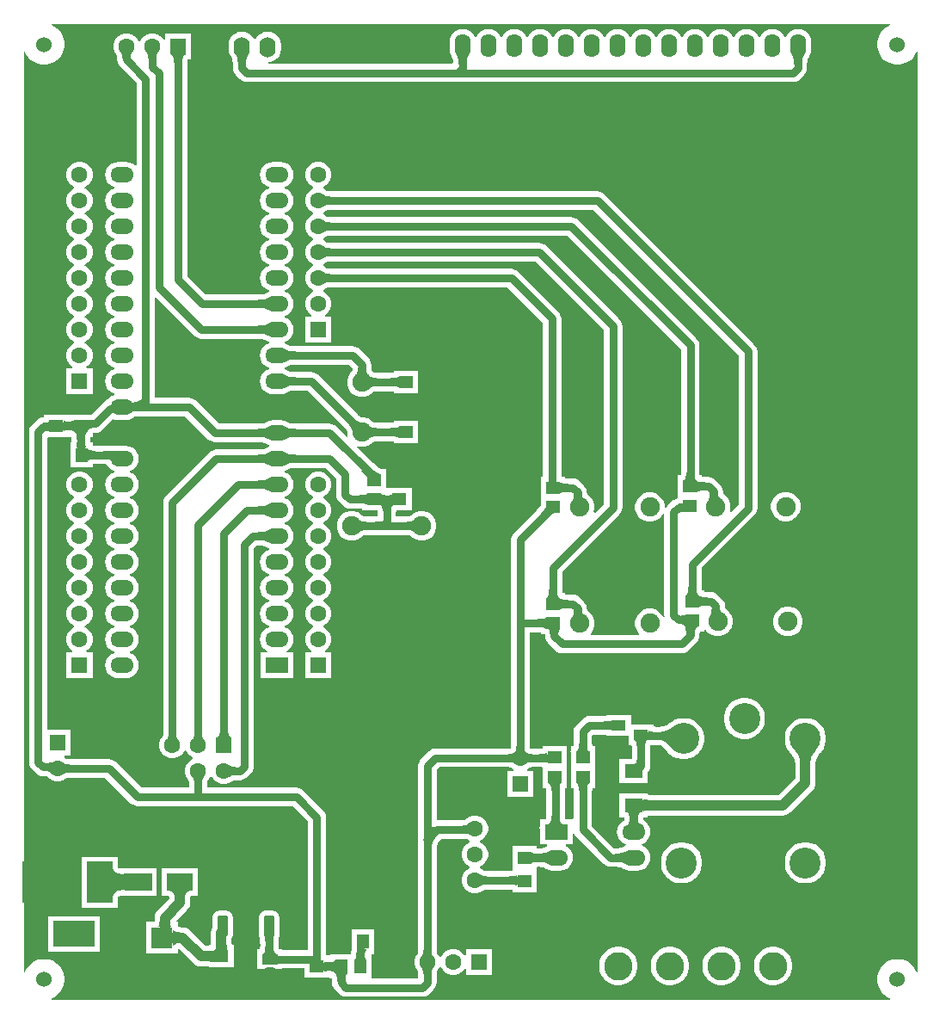
<source format=gtl>
G04*
G04 #@! TF.GenerationSoftware,Altium Limited,Altium Designer,22.10.1 (41)*
G04*
G04 Layer_Physical_Order=1*
G04 Layer_Color=255*
%FSLAX25Y25*%
%MOIN*%
G70*
G04*
G04 #@! TF.SameCoordinates,D7D8B2A2-ADA4-419F-A72F-73B0DD1D3010*
G04*
G04*
G04 #@! TF.FilePolarity,Positive*
G04*
G01*
G75*
%ADD21R,0.05512X0.04724*%
%ADD22R,0.05500X0.05000*%
%ADD23R,0.07087X0.05315*%
%ADD24R,0.05512X0.03937*%
%ADD25R,0.09843X0.06693*%
%ADD26R,0.04724X0.05512*%
%ADD27R,0.05000X0.05500*%
G04:AMPARAMS|DCode=28|XSize=39.37mil|YSize=78.74mil|CornerRadius=4.92mil|HoleSize=0mil|Usage=FLASHONLY|Rotation=0.000|XOffset=0mil|YOffset=0mil|HoleType=Round|Shape=RoundedRectangle|*
%AMROUNDEDRECTD28*
21,1,0.03937,0.06890,0,0,0.0*
21,1,0.02953,0.07874,0,0,0.0*
1,1,0.00984,0.01476,-0.03445*
1,1,0.00984,-0.01476,-0.03445*
1,1,0.00984,-0.01476,0.03445*
1,1,0.00984,0.01476,0.03445*
%
%ADD28ROUNDEDRECTD28*%
G04:AMPARAMS|DCode=29|XSize=216.54mil|YSize=224.41mil|CornerRadius=27.07mil|HoleSize=0mil|Usage=FLASHONLY|Rotation=0.000|XOffset=0mil|YOffset=0mil|HoleType=Round|Shape=RoundedRectangle|*
%AMROUNDEDRECTD29*
21,1,0.21654,0.17028,0,0,0.0*
21,1,0.16240,0.22441,0,0,0.0*
1,1,0.05413,0.08120,-0.08514*
1,1,0.05413,-0.08120,-0.08514*
1,1,0.05413,-0.08120,0.08514*
1,1,0.05413,0.08120,0.08514*
%
%ADD29ROUNDEDRECTD29*%
%ADD59C,0.05906*%
%ADD60C,0.03937*%
%ADD61C,0.03150*%
%ADD62R,0.16000X0.10000*%
%ADD63R,0.10000X0.16000*%
%ADD64C,0.06000*%
%ADD65C,0.06299*%
%ADD66R,0.06299X0.06299*%
%ADD67R,0.06299X0.06299*%
%ADD68R,0.08268X0.08268*%
%ADD69C,0.08268*%
%ADD70O,0.06200X0.09000*%
%ADD71R,0.06200X0.09000*%
%ADD72C,0.07500*%
%ADD73R,0.09000X0.06000*%
%ADD74O,0.09000X0.06000*%
%ADD75C,0.11000*%
%ADD76C,0.12000*%
%ADD77O,0.06299X0.07874*%
%ADD78R,0.05906X0.03937*%
%ADD79O,0.05906X0.03937*%
%ADD80C,0.05000*%
%ADD81C,0.03150*%
G36*
X339664Y381356D02*
X338790Y380994D01*
X337500Y380132D01*
X336403Y379035D01*
X335542Y377746D01*
X334948Y376312D01*
X334646Y374791D01*
Y373240D01*
X334948Y371719D01*
X335542Y370286D01*
X336403Y368996D01*
X337500Y367900D01*
X338790Y367038D01*
X340223Y366444D01*
X341744Y366142D01*
X343295D01*
X344816Y366444D01*
X346249Y367038D01*
X347539Y367900D01*
X348636Y368996D01*
X349498Y370286D01*
X349860Y371160D01*
X350360Y371061D01*
X350360Y14766D01*
X349860Y14666D01*
X349498Y15541D01*
X348636Y16830D01*
X347539Y17927D01*
X346249Y18789D01*
X344816Y19382D01*
X343295Y19685D01*
X341744D01*
X340223Y19382D01*
X338790Y18789D01*
X337500Y17927D01*
X336403Y16830D01*
X335542Y15541D01*
X334948Y14108D01*
X334646Y12586D01*
Y11035D01*
X334948Y9514D01*
X335542Y8081D01*
X336403Y6792D01*
X337500Y5695D01*
X338790Y4833D01*
X339664Y4471D01*
X339565Y3971D01*
X14766D01*
X14666Y4471D01*
X15541Y4833D01*
X16830Y5695D01*
X17927Y6792D01*
X18789Y8081D01*
X19382Y9514D01*
X19685Y11035D01*
Y12586D01*
X19382Y14108D01*
X18789Y15541D01*
X17927Y16830D01*
X16830Y17927D01*
X15541Y18789D01*
X14108Y19382D01*
X12586Y19685D01*
X11035D01*
X9514Y19382D01*
X8081Y18789D01*
X6792Y17927D01*
X5695Y16830D01*
X4833Y15541D01*
X4471Y14666D01*
X3971Y14766D01*
Y371061D01*
X4471Y371160D01*
X4833Y370286D01*
X5695Y368996D01*
X6792Y367900D01*
X8081Y367038D01*
X9514Y366444D01*
X11035Y366142D01*
X12586D01*
X14108Y366444D01*
X15541Y367038D01*
X16830Y367900D01*
X17927Y368996D01*
X18789Y370286D01*
X19382Y371719D01*
X19685Y373240D01*
Y374791D01*
X19382Y376312D01*
X18789Y377746D01*
X17927Y379035D01*
X16830Y380132D01*
X15541Y380994D01*
X14666Y381356D01*
X14766Y381856D01*
X339565D01*
X339664Y381356D01*
D02*
G37*
%LPC*%
G36*
X304000Y380012D02*
X302677Y379838D01*
X301444Y379327D01*
X300385Y378515D01*
X299573Y377456D01*
X299271Y376727D01*
X298729D01*
X298427Y377456D01*
X297615Y378515D01*
X296556Y379327D01*
X295323Y379838D01*
X294000Y380012D01*
X292677Y379838D01*
X291444Y379327D01*
X290385Y378515D01*
X289573Y377456D01*
X289271Y376727D01*
X288729D01*
X288427Y377456D01*
X287615Y378515D01*
X286556Y379327D01*
X285323Y379838D01*
X284000Y380012D01*
X282677Y379838D01*
X281444Y379327D01*
X280385Y378515D01*
X279573Y377456D01*
X279271Y376727D01*
X278729D01*
X278427Y377456D01*
X277615Y378515D01*
X276556Y379327D01*
X275323Y379838D01*
X274000Y380012D01*
X272677Y379838D01*
X271444Y379327D01*
X270385Y378515D01*
X269573Y377456D01*
X269271Y376727D01*
X268729D01*
X268427Y377456D01*
X267615Y378515D01*
X266556Y379327D01*
X265323Y379838D01*
X264000Y380012D01*
X262677Y379838D01*
X261444Y379327D01*
X260385Y378515D01*
X259573Y377456D01*
X259271Y376727D01*
X258729D01*
X258427Y377456D01*
X257615Y378515D01*
X256556Y379327D01*
X255323Y379838D01*
X254000Y380012D01*
X252677Y379838D01*
X251444Y379327D01*
X250385Y378515D01*
X249573Y377456D01*
X249271Y376727D01*
X248729D01*
X248427Y377456D01*
X247615Y378515D01*
X246556Y379327D01*
X245323Y379838D01*
X244000Y380012D01*
X242677Y379838D01*
X241444Y379327D01*
X240385Y378515D01*
X239573Y377456D01*
X239271Y376727D01*
X238729D01*
X238427Y377456D01*
X237615Y378515D01*
X236556Y379327D01*
X235323Y379838D01*
X234000Y380012D01*
X232677Y379838D01*
X231444Y379327D01*
X230385Y378515D01*
X229573Y377456D01*
X229271Y376727D01*
X228729D01*
X228427Y377456D01*
X227615Y378515D01*
X226556Y379327D01*
X225323Y379838D01*
X224000Y380012D01*
X222677Y379838D01*
X221444Y379327D01*
X220385Y378515D01*
X219573Y377456D01*
X219271Y376727D01*
X218729D01*
X218427Y377456D01*
X217615Y378515D01*
X216556Y379327D01*
X215323Y379838D01*
X214000Y380012D01*
X212677Y379838D01*
X211444Y379327D01*
X210385Y378515D01*
X209573Y377456D01*
X209271Y376727D01*
X208729D01*
X208427Y377456D01*
X207615Y378515D01*
X206556Y379327D01*
X205323Y379838D01*
X204000Y380012D01*
X202677Y379838D01*
X201444Y379327D01*
X200385Y378515D01*
X199573Y377456D01*
X199271Y376727D01*
X198729D01*
X198427Y377456D01*
X197615Y378515D01*
X196556Y379327D01*
X195323Y379838D01*
X194000Y380012D01*
X192677Y379838D01*
X191444Y379327D01*
X190385Y378515D01*
X189573Y377456D01*
X189271Y376727D01*
X188729D01*
X188427Y377456D01*
X187615Y378515D01*
X186556Y379327D01*
X185323Y379838D01*
X184000Y380012D01*
X182677Y379838D01*
X181444Y379327D01*
X180385Y378515D01*
X179573Y377456D01*
X179271Y376727D01*
X178729D01*
X178427Y377456D01*
X177615Y378515D01*
X176556Y379327D01*
X175323Y379838D01*
X174000Y380012D01*
X172677Y379838D01*
X171444Y379327D01*
X170385Y378515D01*
X169573Y377456D01*
X169062Y376223D01*
X168888Y374900D01*
Y372100D01*
X169062Y370777D01*
X169573Y369544D01*
X169733Y369335D01*
X169800Y369192D01*
X169929Y369015D01*
X169999Y368894D01*
X170075Y368729D01*
X170152Y368518D01*
X170224Y368260D01*
X170289Y367956D01*
X170340Y367628D01*
X170384Y367074D01*
X169980Y366574D01*
X98790D01*
X98709Y366610D01*
X98679Y367074D01*
X98803Y367090D01*
X99836Y367226D01*
X101081Y367742D01*
X102150Y368562D01*
X102971Y369632D01*
X103486Y370877D01*
X103662Y372213D01*
Y373787D01*
X103486Y375124D01*
X102971Y376368D01*
X102150Y377438D01*
X101081Y378258D01*
X99836Y378774D01*
X98500Y378950D01*
X97164Y378774D01*
X95919Y378258D01*
X94850Y377438D01*
X94029Y376368D01*
X93771Y375744D01*
X93229D01*
X92971Y376368D01*
X92150Y377438D01*
X91081Y378258D01*
X89836Y378774D01*
X88500Y378950D01*
X87164Y378774D01*
X85919Y378258D01*
X84850Y377438D01*
X84029Y376368D01*
X83514Y375124D01*
X83338Y373787D01*
Y372213D01*
X83514Y370877D01*
X84029Y369632D01*
X84193Y369418D01*
X84261Y369273D01*
X84400Y369084D01*
X84479Y368949D01*
X84561Y368775D01*
X84642Y368559D01*
X84718Y368298D01*
X84785Y367993D01*
X84837Y367668D01*
X84909Y366797D01*
X84918Y366309D01*
X84926Y366274D01*
Y364845D01*
X85048Y363920D01*
X85405Y363058D01*
X85973Y362318D01*
X87818Y360473D01*
X87818Y360473D01*
X88558Y359905D01*
X89420Y359548D01*
X90345Y359426D01*
X302089D01*
X303014Y359548D01*
X303876Y359905D01*
X304616Y360473D01*
X306461Y362318D01*
X306461Y362318D01*
X307029Y363058D01*
X307386Y363920D01*
X307508Y364845D01*
Y366148D01*
X307514Y366175D01*
X307554Y367171D01*
X307594Y367536D01*
X307651Y367882D01*
X307720Y368186D01*
X307797Y368447D01*
X307880Y368667D01*
X307966Y368846D01*
X308051Y368989D01*
X308196Y369185D01*
X308264Y369331D01*
X308427Y369544D01*
X308938Y370777D01*
X309112Y372100D01*
Y374900D01*
X308938Y376223D01*
X308427Y377456D01*
X307615Y378515D01*
X306556Y379327D01*
X305323Y379838D01*
X304000Y380012D01*
D02*
G37*
G36*
X68819Y378346D02*
X58583D01*
Y376009D01*
X58083Y375875D01*
X57796Y376371D01*
X56843Y377324D01*
X55676Y377998D01*
X54375Y378346D01*
X53027D01*
X51725Y377998D01*
X50558Y377324D01*
X49605Y376371D01*
X48970Y375270D01*
X48701Y375235D01*
X48432Y375270D01*
X47796Y376371D01*
X46843Y377324D01*
X45676Y377998D01*
X44375Y378346D01*
X43027D01*
X41725Y377998D01*
X40558Y377324D01*
X39605Y376371D01*
X38932Y375204D01*
X38583Y373902D01*
Y372554D01*
X38932Y371253D01*
X39605Y370086D01*
X39925Y369766D01*
X39995Y369647D01*
X40004Y369636D01*
X40006Y369632D01*
X40028Y369559D01*
X40054Y369445D01*
X40076Y369315D01*
X40114Y368848D01*
X40119Y368574D01*
X40127Y368539D01*
Y368110D01*
X40249Y367185D01*
X40606Y366323D01*
X41174Y365583D01*
X47607Y359150D01*
Y327087D01*
X47134Y326926D01*
X47044Y327044D01*
X46006Y327840D01*
X44797Y328341D01*
X43500Y328511D01*
X40500D01*
X39203Y328341D01*
X37994Y327840D01*
X36956Y327044D01*
X36160Y326006D01*
X35659Y324797D01*
X35489Y323500D01*
X35659Y322203D01*
X36160Y320994D01*
X36956Y319956D01*
X37994Y319160D01*
X38934Y318771D01*
Y318229D01*
X37994Y317840D01*
X36956Y317044D01*
X36160Y316006D01*
X35659Y314797D01*
X35489Y313500D01*
X35659Y312203D01*
X36160Y310994D01*
X36956Y309956D01*
X37994Y309160D01*
X38934Y308771D01*
Y308229D01*
X37994Y307840D01*
X36956Y307044D01*
X36160Y306006D01*
X35659Y304797D01*
X35489Y303500D01*
X35659Y302203D01*
X36160Y300994D01*
X36956Y299956D01*
X37994Y299160D01*
X38934Y298771D01*
Y298229D01*
X37994Y297840D01*
X36956Y297044D01*
X36160Y296006D01*
X35659Y294797D01*
X35489Y293500D01*
X35659Y292203D01*
X36160Y290994D01*
X36956Y289956D01*
X37994Y289160D01*
X38934Y288771D01*
Y288229D01*
X37994Y287840D01*
X36956Y287044D01*
X36160Y286006D01*
X35659Y284797D01*
X35489Y283500D01*
X35659Y282203D01*
X36160Y280994D01*
X36956Y279956D01*
X37994Y279160D01*
X38934Y278771D01*
Y278229D01*
X37994Y277840D01*
X36956Y277044D01*
X36160Y276006D01*
X35659Y274797D01*
X35489Y273500D01*
X35659Y272203D01*
X36160Y270994D01*
X36956Y269956D01*
X37994Y269160D01*
X38934Y268771D01*
Y268229D01*
X37994Y267840D01*
X36956Y267044D01*
X36160Y266006D01*
X35659Y264797D01*
X35489Y263500D01*
X35659Y262203D01*
X36160Y260994D01*
X36956Y259956D01*
X37994Y259160D01*
X38934Y258771D01*
Y258229D01*
X37994Y257840D01*
X36956Y257044D01*
X36160Y256006D01*
X35659Y254797D01*
X35489Y253500D01*
X35659Y252203D01*
X36160Y250994D01*
X36956Y249956D01*
X37994Y249160D01*
X38934Y248771D01*
Y248229D01*
X37994Y247840D01*
X36956Y247044D01*
X36160Y246006D01*
X35659Y244797D01*
X35489Y243500D01*
X35659Y242203D01*
X36160Y240994D01*
X36956Y239956D01*
X37994Y239160D01*
X38934Y238771D01*
Y238229D01*
X37994Y237840D01*
X36956Y237044D01*
X36439Y236369D01*
X35668Y236050D01*
X34927Y235482D01*
X30053Y230608D01*
X28837Y230604D01*
X28835Y230604D01*
X26774D01*
X26542Y230573D01*
X23376D01*
X23243Y230600D01*
X23109Y230573D01*
X21262D01*
X21238Y230608D01*
Y230608D01*
X19391D01*
X19257Y230634D01*
X19124Y230608D01*
X11789D01*
Y229587D01*
X11468Y229582D01*
X11325Y229551D01*
X10575Y229452D01*
X9713Y229095D01*
X8973Y228527D01*
X6973Y226527D01*
X6405Y225787D01*
X6048Y224925D01*
X5926Y224000D01*
Y96000D01*
X6048Y95075D01*
X6405Y94213D01*
X6973Y93473D01*
X8870Y91575D01*
X9610Y91008D01*
X10472Y90650D01*
X11397Y90529D01*
X12036D01*
X12069Y90521D01*
X12357Y90515D01*
X12561Y90500D01*
X12723Y90478D01*
X12840Y90455D01*
X12850Y90452D01*
X12904Y90357D01*
X13857Y89404D01*
X15024Y88731D01*
X16326Y88382D01*
X17674D01*
X18975Y88731D01*
X20143Y89404D01*
X20463Y89725D01*
X20582Y89794D01*
X20592Y89803D01*
X20596Y89805D01*
X20669Y89828D01*
X20783Y89854D01*
X20913Y89875D01*
X21380Y89913D01*
X21655Y89919D01*
X21690Y89926D01*
X35520D01*
X45473Y79973D01*
X46213Y79405D01*
X47075Y79048D01*
X48000Y78926D01*
X108146D01*
X113913Y73159D01*
Y23259D01*
X104134D01*
Y23622D01*
X102775D01*
X102732Y23895D01*
X102699Y24300D01*
X102686Y24841D01*
X102678Y24873D01*
Y25335D01*
X102686Y25371D01*
X102708Y26905D01*
X102767Y27898D01*
X102782Y28015D01*
X102790Y28028D01*
X102913Y28645D01*
X102930Y28714D01*
X102928Y28723D01*
X102981Y28988D01*
Y35878D01*
X102790Y36838D01*
X102246Y37652D01*
X101433Y38196D01*
X100472Y38387D01*
X97520D01*
X96560Y38196D01*
X95746Y37652D01*
X95202Y36838D01*
X95011Y35878D01*
Y28988D01*
X95079Y28647D01*
X95073Y28577D01*
X95126Y28411D01*
X95202Y28028D01*
X95289Y27897D01*
X95310Y27831D01*
X95332Y27791D01*
X95354Y27714D01*
X95389Y27553D01*
X95417Y27371D01*
X95518Y25807D01*
X95522Y25332D01*
X95524Y25324D01*
X95523Y25317D01*
X95530Y25281D01*
Y24868D01*
X95523Y24833D01*
X95511Y24284D01*
X95481Y23860D01*
X95450Y23622D01*
X94291D01*
Y21775D01*
X94265Y21642D01*
X94291Y21511D01*
X94282Y21379D01*
X94291Y21352D01*
Y15748D01*
X104134D01*
Y16111D01*
X112762D01*
Y12392D01*
X120097D01*
X120230Y12366D01*
X120364Y12392D01*
X122211D01*
X122620Y12174D01*
Y12050D01*
X123308D01*
X123363Y11384D01*
X123370Y10855D01*
X123377Y10818D01*
Y10506D01*
X123499Y9581D01*
X123856Y8720D01*
X124424Y7979D01*
X126269Y6134D01*
X126269Y6134D01*
X127009Y5566D01*
X127871Y5209D01*
X128796Y5088D01*
X158470D01*
X159395Y5209D01*
X160257Y5566D01*
X160997Y6134D01*
X162842Y7979D01*
X162842Y7979D01*
X163410Y8720D01*
X163767Y9581D01*
X163889Y10506D01*
Y13782D01*
X163895Y13809D01*
X163918Y14396D01*
X163936Y14566D01*
X163961Y14721D01*
X163987Y14835D01*
X164010Y14908D01*
X164012Y14912D01*
X164021Y14922D01*
X164090Y15041D01*
X164410Y15361D01*
X165046Y16462D01*
X165315Y16498D01*
X165584Y16462D01*
X166219Y15361D01*
X167172Y14408D01*
X168340Y13735D01*
X169641Y13386D01*
X170989D01*
X172291Y13735D01*
X173458Y14408D01*
X174410Y15361D01*
X174697Y15857D01*
X175197Y15723D01*
Y13386D01*
X185433D01*
Y23622D01*
X175197D01*
Y21284D01*
X174697Y21150D01*
X174410Y21646D01*
X173458Y22599D01*
X172291Y23273D01*
X170989Y23622D01*
X169641D01*
X168340Y23273D01*
X167172Y22599D01*
X166219Y21646D01*
X165584Y20546D01*
X165315Y20510D01*
X165046Y20546D01*
X164410Y21646D01*
X164090Y21967D01*
X164021Y22086D01*
X164012Y22096D01*
X164010Y22100D01*
X163987Y22173D01*
X163961Y22287D01*
X163940Y22417D01*
X163902Y22884D01*
X163897Y23159D01*
X163889Y23194D01*
Y62082D01*
X163895Y62110D01*
X163915Y62656D01*
X163965Y63106D01*
X164047Y63534D01*
X164159Y63941D01*
X164302Y64333D01*
X164478Y64711D01*
X164687Y65079D01*
X164931Y65438D01*
X165214Y65792D01*
X165586Y66192D01*
X165601Y66216D01*
X165654Y66269D01*
X174326D01*
X174362Y66261D01*
X174671Y66256D01*
X174898Y66246D01*
X175337Y66199D01*
X175457Y66178D01*
X175559Y66153D01*
X175597Y66141D01*
X175598Y66141D01*
X176698Y65505D01*
X176734Y65236D01*
X176698Y64967D01*
X175598Y64332D01*
X174645Y63379D01*
X173971Y62212D01*
X173622Y60910D01*
Y59562D01*
X173971Y58261D01*
X174645Y57094D01*
X175598Y56141D01*
X176698Y55505D01*
X176734Y55236D01*
X176698Y54967D01*
X175598Y54332D01*
X174645Y53379D01*
X173971Y52212D01*
X173622Y50910D01*
Y49562D01*
X173971Y48261D01*
X174645Y47094D01*
X175598Y46141D01*
X176765Y45467D01*
X178066Y45118D01*
X179414D01*
X180716Y45467D01*
X181883Y46141D01*
X182203Y46461D01*
X182322Y46531D01*
X182332Y46540D01*
X182336Y46541D01*
X182409Y46564D01*
X182523Y46590D01*
X182653Y46611D01*
X183120Y46650D01*
X183395Y46655D01*
X183430Y46662D01*
X191950D01*
X191985Y46655D01*
X192535Y46643D01*
X192962Y46614D01*
X193195Y46584D01*
Y45457D01*
X195042D01*
X195175Y45430D01*
X195309Y45457D01*
X195445Y45448D01*
X195469Y45457D01*
X202632D01*
Y53957D01*
X202632Y54394D01*
X202632Y55322D01*
X203294Y55372D01*
X203485Y55375D01*
X203645Y55373D01*
X204550Y55310D01*
X204888Y55265D01*
X205195Y55206D01*
X205447Y55142D01*
X205642Y55077D01*
X205780Y55018D01*
X205861Y54973D01*
X206000Y54873D01*
X206135Y54812D01*
X206333Y54660D01*
X207541Y54159D01*
X208839Y53989D01*
X211839D01*
X213136Y54159D01*
X214344Y54660D01*
X215382Y55456D01*
X216178Y56494D01*
X216679Y57703D01*
X216850Y59000D01*
X216679Y60297D01*
X216178Y61506D01*
X215382Y62544D01*
X214344Y63340D01*
X213882Y63532D01*
X213981Y64031D01*
X216807D01*
Y68329D01*
X217307Y68428D01*
X217504Y67952D01*
X218072Y67212D01*
X228812Y56473D01*
X229552Y55905D01*
X230414Y55548D01*
X231339Y55426D01*
X233074D01*
X233110Y55418D01*
X233617Y55410D01*
X234512Y55345D01*
X234846Y55298D01*
X235152Y55238D01*
X235405Y55171D01*
X235605Y55103D01*
X235751Y55038D01*
X235844Y54986D01*
X235995Y54877D01*
X236133Y54814D01*
X236333Y54660D01*
X237542Y54159D01*
X238839Y53989D01*
X241839D01*
X243136Y54159D01*
X244344Y54660D01*
X245382Y55456D01*
X246179Y56494D01*
X246679Y57703D01*
X246850Y59000D01*
X246679Y60297D01*
X246179Y61506D01*
X245382Y62544D01*
X244344Y63340D01*
X243404Y63729D01*
Y64271D01*
X244344Y64660D01*
X245382Y65456D01*
X246179Y66494D01*
X246679Y67703D01*
X246850Y69000D01*
X246679Y70297D01*
X246179Y71506D01*
X245791Y72010D01*
X245778Y72044D01*
X245146Y72866D01*
X244324Y73497D01*
X244038Y73616D01*
X244029Y73653D01*
X243972Y74050D01*
X243963Y74176D01*
X243997Y74347D01*
X244141Y74685D01*
X245850D01*
Y75234D01*
X247142Y75329D01*
X247825Y75336D01*
X247847Y75340D01*
X298150D01*
X299177Y75475D01*
X300135Y75872D01*
X300957Y76503D01*
X309647Y85192D01*
X310278Y86014D01*
X310674Y86972D01*
X310809Y88000D01*
Y95670D01*
X310812Y95683D01*
X310831Y96153D01*
X310878Y96526D01*
X310954Y96888D01*
X311061Y97240D01*
X311199Y97587D01*
X311370Y97931D01*
X311578Y98275D01*
X311825Y98620D01*
X312113Y98966D01*
X312489Y99360D01*
X312583Y99506D01*
X313028Y99952D01*
X313900Y101257D01*
X314501Y102707D01*
X314807Y104247D01*
Y105816D01*
X314501Y107356D01*
X313900Y108806D01*
X313028Y110111D01*
X311918Y111221D01*
X310613Y112093D01*
X309163Y112694D01*
X307623Y113000D01*
X306054D01*
X304514Y112694D01*
X303064Y112093D01*
X301759Y111221D01*
X300649Y110111D01*
X299777Y108806D01*
X299176Y107356D01*
X298870Y105816D01*
Y104247D01*
X299176Y102707D01*
X299777Y101257D01*
X300649Y99952D01*
X301094Y99506D01*
X301188Y99360D01*
X301564Y98966D01*
X301852Y98620D01*
X302099Y98275D01*
X302307Y97931D01*
X302479Y97587D01*
X302617Y97240D01*
X302723Y96888D01*
X302799Y96526D01*
X302846Y96153D01*
X302865Y95683D01*
X302868Y95670D01*
Y89645D01*
X296505Y83282D01*
X247865D01*
X247845Y83286D01*
X246483Y83312D01*
X245850Y83359D01*
Y83937D01*
X244120D01*
X244062Y83954D01*
X243965Y83945D01*
X243870Y83964D01*
X243736Y83937D01*
X234827D01*
Y74685D01*
X236536D01*
X236717Y74208D01*
X236705Y74050D01*
X236648Y73653D01*
X236601Y73451D01*
X236333Y73340D01*
X235803Y72934D01*
X235775Y72915D01*
X235772Y72909D01*
X235295Y72544D01*
X234499Y71506D01*
X233998Y70297D01*
X233827Y69000D01*
X233998Y67703D01*
X234499Y66494D01*
X235295Y65456D01*
X236333Y64660D01*
X237273Y64271D01*
Y63729D01*
X236333Y63340D01*
X236133Y63186D01*
X235995Y63124D01*
X235844Y63014D01*
X235751Y62962D01*
X235605Y62897D01*
X235405Y62829D01*
X235152Y62762D01*
X234846Y62702D01*
X234512Y62655D01*
X233617Y62590D01*
X233110Y62582D01*
X233074Y62574D01*
X232819D01*
X224173Y71220D01*
Y84669D01*
X224181Y84703D01*
X224191Y85256D01*
X224220Y85688D01*
X224248Y85912D01*
X225324D01*
Y87759D01*
X225350Y87892D01*
X225324Y88026D01*
Y88054D01*
X225330Y88174D01*
X225324Y88193D01*
Y93392D01*
Y99772D01*
X225330Y99791D01*
X225324Y99912D01*
Y99939D01*
X225350Y100073D01*
X225324Y100207D01*
Y102053D01*
X224254D01*
X224191Y102737D01*
X224181Y103262D01*
X224173Y103297D01*
Y106214D01*
X224625Y106666D01*
X228537D01*
X228571Y106658D01*
X229784Y106632D01*
Y106302D01*
X231630D01*
X231764Y106276D01*
X231781Y106279D01*
X231798Y106276D01*
X231920Y106302D01*
X238445D01*
Y104844D01*
X238438Y104825D01*
X238445Y104704D01*
Y104676D01*
X238418Y104543D01*
X238445Y104409D01*
Y102562D01*
X239514D01*
X239578Y101879D01*
X239588Y101354D01*
X239595Y101319D01*
Y98380D01*
X239588Y98348D01*
X239574Y97811D01*
X239539Y97415D01*
X239491Y97126D01*
X234827D01*
Y87874D01*
X245850D01*
Y92118D01*
X246264Y92658D01*
X246621Y93520D01*
X246743Y94445D01*
X246743Y94445D01*
Y97732D01*
X246751Y98266D01*
X246748Y98280D01*
X246751Y98295D01*
X246743Y98335D01*
Y101319D01*
X246751Y101354D01*
X246762Y101907D01*
X246790Y102338D01*
X246814Y102532D01*
X246958D01*
X249055Y102524D01*
X249059Y102524D01*
X249063Y102524D01*
X249103Y102532D01*
X249887D01*
X249906Y102527D01*
X250321Y102504D01*
X250610Y102456D01*
X250888Y102376D01*
X251164Y102261D01*
X251445Y102107D01*
X251734Y101906D01*
X252031Y101654D01*
X252338Y101344D01*
X252650Y100973D01*
X253003Y100487D01*
X253119Y100380D01*
X253405Y99952D01*
X254515Y98842D01*
X255820Y97970D01*
X257270Y97369D01*
X258810Y97063D01*
X260379D01*
X261919Y97369D01*
X263369Y97970D01*
X264674Y98842D01*
X265784Y99952D01*
X266656Y101257D01*
X267257Y102707D01*
X267563Y104247D01*
Y105816D01*
X267257Y107356D01*
X266656Y108806D01*
X265784Y110111D01*
X264674Y111221D01*
X263369Y112093D01*
X261919Y112694D01*
X260379Y113000D01*
X258810D01*
X257270Y112694D01*
X255820Y112093D01*
X255181Y111666D01*
X255001Y111590D01*
X254422Y111196D01*
X253328Y110542D01*
X252860Y110305D01*
X252403Y110103D01*
X251977Y109944D01*
X251585Y109827D01*
X251226Y109748D01*
X250903Y109704D01*
X250516Y109685D01*
X250493Y109679D01*
X249126D01*
X249089Y109687D01*
X248539Y109695D01*
X247894Y109734D01*
Y110436D01*
X246047D01*
X245913Y110463D01*
X245780Y110436D01*
X239232D01*
Y114176D01*
X231920D01*
X231798Y114203D01*
X231781Y114200D01*
X231764Y114203D01*
X231630Y114176D01*
X229784D01*
Y113867D01*
X229141Y113825D01*
X228602Y113821D01*
X228563Y113813D01*
X223145D01*
X222220Y113692D01*
X221358Y113335D01*
X220618Y112767D01*
X218072Y110221D01*
X217504Y109481D01*
X217147Y108619D01*
X217025Y107694D01*
Y103297D01*
X217018Y103262D01*
X217007Y102709D01*
X216979Y102278D01*
X216951Y102053D01*
X215875D01*
Y100207D01*
X215848Y100073D01*
X215875Y99939D01*
Y99912D01*
X215868Y99791D01*
X215875Y99772D01*
Y93392D01*
Y88193D01*
X215868Y88174D01*
X215875Y88054D01*
Y88026D01*
X215848Y87892D01*
X215875Y87759D01*
Y85912D01*
X216944D01*
X217007Y85229D01*
X217018Y84703D01*
X217025Y84669D01*
Y74378D01*
X216807Y73968D01*
X216525Y73968D01*
X213646D01*
X213599Y74252D01*
X213564Y74651D01*
X213550Y75190D01*
X213543Y75222D01*
Y84679D01*
X213551Y84716D01*
X213558Y85264D01*
X213599Y85912D01*
X214324D01*
Y87759D01*
X214350Y87892D01*
X214324Y88026D01*
Y93392D01*
Y102053D01*
X206989D01*
X206855Y102080D01*
X206722Y102053D01*
X204875D01*
Y101247D01*
X204219Y101201D01*
X203676Y101193D01*
X203640Y101185D01*
X200959D01*
X200924Y101193D01*
X200645Y101198D01*
X200169Y101235D01*
X200031Y101256D01*
X199989Y101265D01*
X199985Y101283D01*
X199964Y101413D01*
X199925Y101880D01*
X199920Y102155D01*
X199912Y102190D01*
Y146228D01*
X203040D01*
X203077Y146220D01*
X203627Y146213D01*
X204272Y146173D01*
Y145471D01*
X205895D01*
X205923Y145199D01*
X205932Y144775D01*
X205964Y144628D01*
X206061Y143893D01*
X206418Y143031D01*
X206986Y142290D01*
X210071Y139205D01*
X210811Y138637D01*
X211673Y138280D01*
X212598Y138158D01*
X258909D01*
X259834Y138280D01*
X260696Y138637D01*
X261437Y139205D01*
X264763Y142532D01*
X265331Y143272D01*
X265688Y144134D01*
X265810Y145059D01*
Y145217D01*
X265817Y145249D01*
X265831Y145788D01*
X265867Y146186D01*
X265914Y146471D01*
X267721D01*
Y147089D01*
X268204Y147218D01*
X268360Y146948D01*
X269425Y145883D01*
X270729Y145130D01*
X272183Y144741D01*
X273689D01*
X275144Y145130D01*
X276447Y145883D01*
X277512Y146948D01*
X278265Y148252D01*
X278655Y149706D01*
Y151212D01*
X278265Y152666D01*
X277512Y153970D01*
X276447Y155035D01*
X276126Y155221D01*
X276053Y155297D01*
X275921Y155389D01*
X275897Y155411D01*
X275875Y155436D01*
X275849Y155474D01*
X275818Y155535D01*
X275783Y155627D01*
X275747Y155756D01*
X275716Y155925D01*
X275695Y156135D01*
X275685Y156449D01*
X275665Y156534D01*
X275627Y156823D01*
X275624Y156879D01*
X275618Y156892D01*
X275556Y157362D01*
X275199Y158224D01*
X274631Y158964D01*
X274631Y158964D01*
X272786Y160809D01*
X272046Y161377D01*
X271184Y161734D01*
X270259Y161856D01*
X268953D01*
X268916Y161864D01*
X268367Y161871D01*
X267721Y161910D01*
Y162613D01*
X266652D01*
X266589Y163296D01*
X266578Y163821D01*
X266571Y163856D01*
Y171089D01*
X287173Y191691D01*
X287741Y192431D01*
X288098Y193293D01*
X288219Y194218D01*
Y255118D01*
X288098Y256043D01*
X287741Y256905D01*
X287173Y257645D01*
X287173Y257645D01*
X228791Y316027D01*
X228051Y316595D01*
X227189Y316952D01*
X226264Y317074D01*
X122722D01*
X122695Y317080D01*
X122108Y317103D01*
X121938Y317121D01*
X121783Y317146D01*
X121669Y317173D01*
X121596Y317195D01*
X121592Y317197D01*
X121582Y317206D01*
X121463Y317275D01*
X121143Y317596D01*
X120042Y318231D01*
X120006Y318500D01*
X120042Y318769D01*
X121143Y319405D01*
X122096Y320357D01*
X122769Y321525D01*
X123118Y322826D01*
Y324174D01*
X122769Y325476D01*
X122096Y326643D01*
X121143Y327595D01*
X119975Y328269D01*
X118674Y328618D01*
X117326D01*
X116024Y328269D01*
X114857Y327595D01*
X113905Y326643D01*
X113231Y325476D01*
X112882Y324174D01*
Y322826D01*
X113231Y321525D01*
X113905Y320357D01*
X114857Y319405D01*
X115958Y318769D01*
X115994Y318500D01*
X115958Y318231D01*
X114857Y317596D01*
X113905Y316643D01*
X113231Y315476D01*
X112882Y314174D01*
Y312826D01*
X113231Y311525D01*
X113905Y310357D01*
X114857Y309404D01*
X115958Y308769D01*
X115994Y308500D01*
X115958Y308231D01*
X114857Y307595D01*
X113905Y306643D01*
X113231Y305475D01*
X112882Y304174D01*
Y302826D01*
X113231Y301524D01*
X113905Y300357D01*
X114857Y299405D01*
X115958Y298769D01*
X115994Y298500D01*
X115958Y298231D01*
X114857Y297596D01*
X113905Y296643D01*
X113231Y295476D01*
X112882Y294174D01*
Y292826D01*
X113231Y291525D01*
X113905Y290357D01*
X114857Y289405D01*
X115958Y288769D01*
X115994Y288500D01*
X115958Y288231D01*
X114857Y287596D01*
X113905Y286643D01*
X113231Y285475D01*
X112882Y284174D01*
Y282826D01*
X113231Y281524D01*
X113905Y280357D01*
X114857Y279404D01*
X115958Y278769D01*
X115994Y278500D01*
X115958Y278231D01*
X114857Y277595D01*
X113905Y276643D01*
X113231Y275476D01*
X112882Y274174D01*
Y272826D01*
X113231Y271525D01*
X113905Y270357D01*
X114857Y269405D01*
X115354Y269118D01*
X115219Y268618D01*
X112882D01*
Y258382D01*
X123118D01*
Y268618D01*
X120781D01*
X120647Y269118D01*
X121143Y269405D01*
X122096Y270357D01*
X122769Y271525D01*
X123118Y272826D01*
Y274174D01*
X122769Y275476D01*
X122096Y276643D01*
X121143Y277595D01*
X120042Y278231D01*
X120006Y278500D01*
X120042Y278769D01*
X121143Y279404D01*
X121463Y279725D01*
X121582Y279794D01*
X121592Y279803D01*
X121596Y279805D01*
X121669Y279827D01*
X121783Y279854D01*
X121913Y279875D01*
X122380Y279913D01*
X122655Y279919D01*
X122690Y279926D01*
X191398D01*
X205088Y266236D01*
Y206613D01*
X204272D01*
Y197951D01*
Y196694D01*
X204263Y196662D01*
X204272Y196589D01*
Y196397D01*
X204266Y196335D01*
X204272Y196312D01*
Y195402D01*
X204084Y195134D01*
X203181Y194071D01*
X202583Y193453D01*
X202563Y193422D01*
X193812Y184670D01*
X193244Y183930D01*
X192886Y183068D01*
X192765Y182143D01*
Y149606D01*
Y102222D01*
X192758Y102195D01*
X192736Y101608D01*
X192717Y101437D01*
X192693Y101287D01*
X192669Y101282D01*
X192529Y101261D01*
X192050Y101224D01*
X191771Y101219D01*
X191735Y101212D01*
X163386D01*
X163386Y101212D01*
X162461Y101090D01*
X161599Y100733D01*
X160859Y100165D01*
X160859Y100165D01*
X157788Y97094D01*
X157220Y96354D01*
X156863Y95492D01*
X156741Y94567D01*
Y66080D01*
X156734Y66050D01*
X156741Y66008D01*
Y23226D01*
X156735Y23199D01*
X156712Y22612D01*
X156694Y22442D01*
X156669Y22287D01*
X156642Y22173D01*
X156620Y22100D01*
X156618Y22096D01*
X156609Y22086D01*
X156540Y21967D01*
X156219Y21646D01*
X155546Y20479D01*
X155197Y19178D01*
Y17830D01*
X155546Y16528D01*
X156219Y15361D01*
X156540Y15041D01*
X156609Y14922D01*
X156618Y14912D01*
X156620Y14908D01*
X156642Y14835D01*
X156669Y14721D01*
X156690Y14591D01*
X156728Y14124D01*
X156733Y13849D01*
X156741Y13814D01*
Y12235D01*
X138762D01*
Y19385D01*
X138789Y19519D01*
X138762Y19652D01*
Y21499D01*
X139196Y21659D01*
X139847D01*
Y31096D01*
X130909D01*
Y25575D01*
X130858Y25181D01*
Y22731D01*
X130850Y22694D01*
X130843Y22145D01*
X130803Y21499D01*
X124899D01*
X124877Y21507D01*
X124748Y21499D01*
X124735D01*
X124601Y21526D01*
X124467Y21499D01*
X122620D01*
Y21272D01*
X122211Y21054D01*
X121061D01*
Y74639D01*
X120939Y75564D01*
X120582Y76426D01*
X120014Y77166D01*
X112153Y85027D01*
X111413Y85595D01*
X110551Y85952D01*
X109626Y86074D01*
X75074D01*
Y87778D01*
X75080Y87805D01*
X75103Y88392D01*
X75121Y88563D01*
X75146Y88717D01*
X75173Y88831D01*
X75195Y88904D01*
X75197Y88908D01*
X75206Y88918D01*
X75275Y89037D01*
X75595Y89357D01*
X76231Y90458D01*
X76500Y90494D01*
X76769Y90458D01*
X77404Y89357D01*
X78357Y88405D01*
X79524Y87731D01*
X80826Y87382D01*
X82174D01*
X83476Y87731D01*
X84643Y88405D01*
X84963Y88725D01*
X85082Y88794D01*
X85092Y88803D01*
X85096Y88805D01*
X85169Y88828D01*
X85283Y88854D01*
X85413Y88875D01*
X85880Y88913D01*
X86155Y88919D01*
X86190Y88926D01*
X87655D01*
X88580Y89048D01*
X89442Y89405D01*
X90182Y89973D01*
X92027Y91818D01*
X92027Y91818D01*
X92595Y92558D01*
X92952Y93420D01*
X93074Y94345D01*
Y178744D01*
X94256Y179926D01*
X94735D01*
X94771Y179918D01*
X95278Y179910D01*
X96173Y179845D01*
X96508Y179798D01*
X96813Y179738D01*
X97067Y179671D01*
X97266Y179603D01*
X97412Y179538D01*
X97506Y179485D01*
X97657Y179376D01*
X97794Y179314D01*
X97994Y179160D01*
X98935Y178771D01*
Y178229D01*
X97994Y177840D01*
X96956Y177044D01*
X96160Y176006D01*
X95659Y174797D01*
X95489Y173500D01*
X95659Y172203D01*
X96160Y170994D01*
X96956Y169956D01*
X97994Y169160D01*
X98935Y168771D01*
Y168229D01*
X97994Y167840D01*
X96956Y167044D01*
X96160Y166006D01*
X95659Y164797D01*
X95489Y163500D01*
X95659Y162203D01*
X96160Y160994D01*
X96956Y159956D01*
X97994Y159160D01*
X98935Y158771D01*
Y158229D01*
X97994Y157840D01*
X96956Y157044D01*
X96160Y156006D01*
X95659Y154797D01*
X95489Y153500D01*
X95659Y152203D01*
X96160Y150994D01*
X96956Y149956D01*
X97994Y149160D01*
X98935Y148771D01*
Y148229D01*
X97994Y147840D01*
X96956Y147044D01*
X96160Y146006D01*
X95659Y144797D01*
X95489Y143500D01*
X95659Y142203D01*
X96160Y140994D01*
X96956Y139956D01*
X97994Y139160D01*
X98457Y138969D01*
X98357Y138469D01*
X95531D01*
Y128532D01*
X108468D01*
Y138469D01*
X105643D01*
X105543Y138969D01*
X106006Y139160D01*
X107044Y139956D01*
X107840Y140994D01*
X108341Y142203D01*
X108511Y143500D01*
X108341Y144797D01*
X107840Y146006D01*
X107044Y147044D01*
X106006Y147840D01*
X105066Y148229D01*
Y148771D01*
X106006Y149160D01*
X107044Y149956D01*
X107840Y150994D01*
X108341Y152203D01*
X108511Y153500D01*
X108341Y154797D01*
X107840Y156006D01*
X107044Y157044D01*
X106006Y157840D01*
X105066Y158229D01*
Y158771D01*
X106006Y159160D01*
X107044Y159956D01*
X107840Y160994D01*
X108341Y162203D01*
X108511Y163500D01*
X108341Y164797D01*
X107840Y166006D01*
X107044Y167044D01*
X106006Y167840D01*
X105066Y168229D01*
Y168771D01*
X106006Y169160D01*
X107044Y169956D01*
X107840Y170994D01*
X108341Y172203D01*
X108511Y173500D01*
X108341Y174797D01*
X107840Y176006D01*
X107044Y177044D01*
X106006Y177840D01*
X105066Y178229D01*
Y178771D01*
X106006Y179160D01*
X107044Y179956D01*
X107840Y180994D01*
X108341Y182203D01*
X108511Y183500D01*
X108341Y184797D01*
X107840Y186006D01*
X107044Y187044D01*
X106006Y187840D01*
X105066Y188229D01*
Y188771D01*
X106006Y189160D01*
X107044Y189956D01*
X107840Y190994D01*
X108341Y192203D01*
X108511Y193500D01*
X108341Y194797D01*
X107840Y196006D01*
X107044Y197044D01*
X106006Y197840D01*
X105066Y198229D01*
Y198771D01*
X106006Y199160D01*
X107044Y199956D01*
X107840Y200994D01*
X108341Y202203D01*
X108511Y203500D01*
X108341Y204797D01*
X107840Y206006D01*
X107044Y207044D01*
X106006Y207840D01*
X105066Y208229D01*
Y208771D01*
X106006Y209160D01*
X106206Y209314D01*
X106343Y209377D01*
X106494Y209486D01*
X106588Y209538D01*
X106734Y209603D01*
X106933Y209671D01*
X107187Y209738D01*
X107492Y209798D01*
X107827Y209845D01*
X108722Y209910D01*
X109229Y209918D01*
X109265Y209926D01*
X121020D01*
X124926Y206020D01*
Y199622D01*
X125048Y198697D01*
X125405Y197835D01*
X125973Y197095D01*
X127818Y195250D01*
X127818Y195250D01*
X128558Y194682D01*
X129420Y194325D01*
X130345Y194203D01*
X133783D01*
X133820Y194195D01*
X134370Y194188D01*
X135015Y194149D01*
Y193447D01*
X136862D01*
X136995Y193420D01*
X137129Y193447D01*
X141002D01*
X141009Y193406D01*
X141034Y192930D01*
X141039Y192909D01*
Y191129D01*
X140754Y191106D01*
X139653Y191081D01*
X139619Y191074D01*
X136741D01*
X136709Y191081D01*
X136388Y191090D01*
X136151Y191111D01*
X135942Y191143D01*
X135761Y191183D01*
X135606Y191231D01*
X135476Y191283D01*
X135365Y191339D01*
X135271Y191398D01*
X135188Y191462D01*
X135043Y191596D01*
X134907Y191680D01*
X134511Y192076D01*
X133207Y192829D01*
X131753Y193219D01*
X130247D01*
X128793Y192829D01*
X127489Y192076D01*
X126424Y191011D01*
X125671Y189707D01*
X125282Y188253D01*
Y186747D01*
X125671Y185293D01*
X126424Y183989D01*
X127489Y182924D01*
X128793Y182171D01*
X130247Y181781D01*
X131753D01*
X133207Y182171D01*
X134511Y182924D01*
X134907Y183320D01*
X135043Y183404D01*
X135188Y183538D01*
X135271Y183602D01*
X135365Y183661D01*
X135476Y183717D01*
X135606Y183769D01*
X135761Y183817D01*
X135942Y183857D01*
X136151Y183889D01*
X136388Y183910D01*
X136709Y183919D01*
X136741Y183926D01*
X143460D01*
X143500Y183918D01*
X143540Y183926D01*
X152359D01*
X152391Y183919D01*
X152712Y183910D01*
X152949Y183889D01*
X153158Y183857D01*
X153339Y183817D01*
X153494Y183769D01*
X153624Y183717D01*
X153735Y183661D01*
X153829Y183602D01*
X153912Y183538D01*
X154057Y183404D01*
X154193Y183320D01*
X154589Y182924D01*
X155893Y182171D01*
X157347Y181781D01*
X158853D01*
X160307Y182171D01*
X161611Y182924D01*
X162676Y183989D01*
X163429Y185293D01*
X163819Y186747D01*
Y188253D01*
X163429Y189707D01*
X162676Y191011D01*
X161611Y192076D01*
X160307Y192829D01*
X158853Y193219D01*
X157347D01*
X155893Y192829D01*
X154589Y192076D01*
X154193Y191680D01*
X154057Y191596D01*
X153912Y191462D01*
X153829Y191398D01*
X153735Y191339D01*
X153624Y191283D01*
X153494Y191231D01*
X153339Y191183D01*
X153158Y191143D01*
X152949Y191111D01*
X152712Y191090D01*
X152391Y191081D01*
X152359Y191074D01*
X148187D01*
Y192909D01*
X148192Y192930D01*
X148217Y193406D01*
X148218Y193412D01*
X154211D01*
Y202073D01*
X144762D01*
X144464Y202450D01*
Y207369D01*
X144483Y207435D01*
X144464Y207608D01*
Y207679D01*
X144477Y207841D01*
X144464Y207881D01*
Y209588D01*
X142722D01*
X142656Y209607D01*
X142418Y209628D01*
X142267Y209664D01*
X142028Y209753D01*
X141713Y209908D01*
X141332Y210135D01*
X140933Y210409D01*
X139280Y211803D01*
X138677Y212388D01*
X138646Y212408D01*
X133139Y217915D01*
X133398Y218363D01*
X134247Y218136D01*
X135753D01*
X137207Y218526D01*
X138511Y219279D01*
X138849Y219616D01*
X138972Y219689D01*
X139121Y219822D01*
X139208Y219887D01*
X139307Y219948D01*
X139423Y220004D01*
X139558Y220058D01*
X139718Y220105D01*
X139903Y220146D01*
X140115Y220178D01*
X140355Y220199D01*
X140676Y220208D01*
X140708Y220215D01*
X146003D01*
X146034Y220208D01*
X147108Y220176D01*
X147262Y220162D01*
Y219392D01*
X149109D01*
X149243Y219366D01*
X149376Y219392D01*
X156711D01*
Y228053D01*
X149376D01*
X149243Y228080D01*
X149109Y228053D01*
X147262D01*
Y227426D01*
X146605Y227377D01*
X146069Y227370D01*
X146032Y227362D01*
X140771D01*
X140739Y227370D01*
X140420Y227379D01*
X140185Y227399D01*
X139979Y227432D01*
X139803Y227472D01*
X139653Y227519D01*
X139527Y227571D01*
X139422Y227625D01*
X139333Y227683D01*
X139255Y227745D01*
X139113Y227880D01*
X138970Y227972D01*
X138511Y228430D01*
X137207Y229183D01*
X135753Y229573D01*
X135193D01*
X135038Y229610D01*
X134840Y229617D01*
X134736Y229631D01*
X134628Y229656D01*
X134511Y229695D01*
X134381Y229750D01*
X134238Y229825D01*
X134081Y229925D01*
X133911Y230050D01*
X133729Y230203D01*
X133495Y230423D01*
X133468Y230441D01*
X117882Y246027D01*
X117141Y246595D01*
X116279Y246952D01*
X115354Y247074D01*
X109265D01*
X109229Y247082D01*
X108722Y247090D01*
X107827Y247155D01*
X107492Y247202D01*
X107187Y247262D01*
X106933Y247329D01*
X106734Y247397D01*
X106588Y247462D01*
X106494Y247514D01*
X106343Y247623D01*
X106206Y247686D01*
X106006Y247840D01*
X105066Y248229D01*
Y248771D01*
X106006Y249160D01*
X106206Y249314D01*
X106343Y249377D01*
X106494Y249486D01*
X106588Y249538D01*
X106734Y249603D01*
X106933Y249671D01*
X107187Y249738D01*
X107492Y249798D01*
X107827Y249845D01*
X108722Y249910D01*
X109229Y249918D01*
X109265Y249926D01*
X130020D01*
X131410Y248536D01*
X131410Y248534D01*
X131389Y248296D01*
X131357Y248087D01*
X131316Y247906D01*
X131269Y247752D01*
X131217Y247621D01*
X131161Y247511D01*
X131102Y247417D01*
X131038Y247334D01*
X130904Y247189D01*
X130820Y247053D01*
X130424Y246657D01*
X129671Y245353D01*
X129281Y243899D01*
Y242393D01*
X129671Y240938D01*
X130424Y239634D01*
X131489Y238570D01*
X132793Y237817D01*
X134247Y237427D01*
X135753D01*
X137207Y237817D01*
X138511Y238570D01*
X138970Y239028D01*
X139113Y239120D01*
X139255Y239255D01*
X139333Y239317D01*
X139422Y239374D01*
X139527Y239429D01*
X139653Y239480D01*
X139803Y239528D01*
X139979Y239568D01*
X140185Y239600D01*
X140420Y239621D01*
X140739Y239630D01*
X140771Y239637D01*
X146059D01*
X146096Y239630D01*
X146650Y239623D01*
X147289Y239587D01*
Y238947D01*
X149136D01*
X149269Y238920D01*
X149403Y238947D01*
X156738D01*
Y247608D01*
X149403D01*
X149269Y247634D01*
X149136Y247608D01*
X147289D01*
Y246844D01*
X146637Y246801D01*
X146092Y246793D01*
X146055Y246785D01*
X140708D01*
X140676Y246793D01*
X140355Y246801D01*
X140115Y246822D01*
X139902Y246854D01*
X139718Y246895D01*
X139558Y246942D01*
X139423Y246996D01*
X139307Y247052D01*
X139208Y247113D01*
X139121Y247178D01*
X139037Y247253D01*
X138962Y247334D01*
X138898Y247417D01*
X138839Y247511D01*
X138783Y247621D01*
X138731Y247752D01*
X138683Y247906D01*
X138643Y248087D01*
X138611Y248296D01*
X138590Y248534D01*
X138581Y248854D01*
X138574Y248886D01*
Y250000D01*
X138574Y250000D01*
X138452Y250925D01*
X138095Y251787D01*
X137527Y252527D01*
X134027Y256027D01*
X133287Y256595D01*
X132425Y256952D01*
X131500Y257074D01*
X109265D01*
X109229Y257082D01*
X108722Y257090D01*
X107827Y257155D01*
X107492Y257202D01*
X107187Y257262D01*
X106933Y257329D01*
X106734Y257397D01*
X106588Y257462D01*
X106494Y257514D01*
X106343Y257624D01*
X106206Y257686D01*
X106006Y257840D01*
X105066Y258229D01*
Y258771D01*
X106006Y259160D01*
X107044Y259956D01*
X107840Y260994D01*
X108341Y262203D01*
X108511Y263500D01*
X108341Y264797D01*
X107840Y266006D01*
X107044Y267044D01*
X106006Y267840D01*
X105066Y268229D01*
Y268771D01*
X106006Y269160D01*
X107044Y269956D01*
X107840Y270994D01*
X108341Y272203D01*
X108511Y273500D01*
X108341Y274797D01*
X107840Y276006D01*
X107044Y277044D01*
X106006Y277840D01*
X105066Y278229D01*
Y278771D01*
X106006Y279160D01*
X107044Y279956D01*
X107840Y280994D01*
X108341Y282203D01*
X108511Y283500D01*
X108341Y284797D01*
X107840Y286006D01*
X107044Y287044D01*
X106006Y287840D01*
X105066Y288229D01*
Y288771D01*
X106006Y289160D01*
X107044Y289956D01*
X107840Y290994D01*
X108341Y292203D01*
X108511Y293500D01*
X108341Y294797D01*
X107840Y296006D01*
X107044Y297044D01*
X106006Y297840D01*
X105066Y298229D01*
Y298771D01*
X106006Y299160D01*
X107044Y299956D01*
X107840Y300994D01*
X108341Y302203D01*
X108511Y303500D01*
X108341Y304797D01*
X107840Y306006D01*
X107044Y307044D01*
X106006Y307840D01*
X105066Y308229D01*
Y308771D01*
X106006Y309160D01*
X107044Y309956D01*
X107840Y310994D01*
X108341Y312203D01*
X108511Y313500D01*
X108341Y314797D01*
X107840Y316006D01*
X107044Y317044D01*
X106006Y317840D01*
X105066Y318229D01*
Y318771D01*
X106006Y319160D01*
X107044Y319956D01*
X107840Y320994D01*
X108341Y322203D01*
X108511Y323500D01*
X108341Y324797D01*
X107840Y326006D01*
X107044Y327044D01*
X106006Y327840D01*
X104797Y328341D01*
X103500Y328511D01*
X100500D01*
X99203Y328341D01*
X97994Y327840D01*
X96956Y327044D01*
X96160Y326006D01*
X95659Y324797D01*
X95489Y323500D01*
X95659Y322203D01*
X96160Y320994D01*
X96956Y319956D01*
X97994Y319160D01*
X98935Y318771D01*
Y318229D01*
X97994Y317840D01*
X96956Y317044D01*
X96160Y316006D01*
X95659Y314797D01*
X95489Y313500D01*
X95659Y312203D01*
X96160Y310994D01*
X96956Y309956D01*
X97994Y309160D01*
X98935Y308771D01*
Y308229D01*
X97994Y307840D01*
X96956Y307044D01*
X96160Y306006D01*
X95659Y304797D01*
X95489Y303500D01*
X95659Y302203D01*
X96160Y300994D01*
X96956Y299956D01*
X97994Y299160D01*
X98935Y298771D01*
Y298229D01*
X97994Y297840D01*
X96956Y297044D01*
X96160Y296006D01*
X95659Y294797D01*
X95489Y293500D01*
X95659Y292203D01*
X96160Y290994D01*
X96956Y289956D01*
X97994Y289160D01*
X98935Y288771D01*
Y288229D01*
X97994Y287840D01*
X96956Y287044D01*
X96160Y286006D01*
X95659Y284797D01*
X95489Y283500D01*
X95659Y282203D01*
X96160Y280994D01*
X96956Y279956D01*
X97994Y279160D01*
X98935Y278771D01*
Y278229D01*
X97994Y277840D01*
X97794Y277686D01*
X97657Y277624D01*
X97506Y277514D01*
X97412Y277462D01*
X97266Y277397D01*
X97067Y277329D01*
X96813Y277262D01*
X96508Y277202D01*
X96173Y277155D01*
X95278Y277090D01*
X94771Y277082D01*
X94735Y277074D01*
X74437D01*
X67275Y284236D01*
Y366856D01*
X67282Y366889D01*
X67296Y367426D01*
X67331Y367823D01*
X67378Y368110D01*
X68819D01*
Y369957D01*
X68845Y370091D01*
X68825Y370196D01*
X68834Y370303D01*
X68819Y370352D01*
Y378346D01*
D02*
G37*
G36*
X26174Y328618D02*
X24826D01*
X23525Y328269D01*
X22357Y327595D01*
X21405Y326643D01*
X20731Y325476D01*
X20382Y324174D01*
Y322826D01*
X20731Y321525D01*
X21405Y320357D01*
X22357Y319405D01*
X23458Y318769D01*
X23494Y318500D01*
X23458Y318231D01*
X22357Y317596D01*
X21405Y316643D01*
X20731Y315476D01*
X20382Y314174D01*
Y312826D01*
X20731Y311525D01*
X21405Y310357D01*
X22357Y309404D01*
X23458Y308769D01*
X23494Y308500D01*
X23458Y308231D01*
X22357Y307595D01*
X21405Y306643D01*
X20731Y305475D01*
X20382Y304174D01*
Y302826D01*
X20731Y301524D01*
X21405Y300357D01*
X22357Y299405D01*
X23458Y298769D01*
X23494Y298500D01*
X23458Y298231D01*
X22357Y297596D01*
X21405Y296643D01*
X20731Y295476D01*
X20382Y294174D01*
Y292826D01*
X20731Y291525D01*
X21405Y290357D01*
X22357Y289405D01*
X23458Y288769D01*
X23494Y288500D01*
X23458Y288231D01*
X22357Y287596D01*
X21405Y286643D01*
X20731Y285475D01*
X20382Y284174D01*
Y282826D01*
X20731Y281524D01*
X21405Y280357D01*
X22357Y279404D01*
X23458Y278769D01*
X23494Y278500D01*
X23458Y278231D01*
X22357Y277595D01*
X21405Y276643D01*
X20731Y275476D01*
X20382Y274174D01*
Y272826D01*
X20731Y271525D01*
X21405Y270357D01*
X22357Y269405D01*
X23458Y268769D01*
X23494Y268500D01*
X23458Y268231D01*
X22357Y267596D01*
X21405Y266643D01*
X20731Y265476D01*
X20382Y264174D01*
Y262826D01*
X20731Y261525D01*
X21405Y260357D01*
X22357Y259404D01*
X23458Y258769D01*
X23494Y258500D01*
X23458Y258231D01*
X22357Y257595D01*
X21405Y256643D01*
X20731Y255475D01*
X20382Y254174D01*
Y252826D01*
X20731Y251524D01*
X21405Y250357D01*
X22357Y249405D01*
X22853Y249118D01*
X22719Y248618D01*
X20382D01*
Y238382D01*
X30618D01*
Y248618D01*
X28280D01*
X28146Y249118D01*
X28643Y249405D01*
X29596Y250357D01*
X30269Y251524D01*
X30618Y252826D01*
Y254174D01*
X30269Y255475D01*
X29596Y256643D01*
X28643Y257595D01*
X27542Y258231D01*
X27506Y258500D01*
X27542Y258769D01*
X28643Y259404D01*
X29596Y260357D01*
X30269Y261525D01*
X30618Y262826D01*
Y264174D01*
X30269Y265476D01*
X29596Y266643D01*
X28643Y267596D01*
X27542Y268231D01*
X27506Y268500D01*
X27542Y268769D01*
X28643Y269405D01*
X29596Y270357D01*
X30269Y271525D01*
X30618Y272826D01*
Y274174D01*
X30269Y275476D01*
X29596Y276643D01*
X28643Y277595D01*
X27542Y278231D01*
X27506Y278500D01*
X27542Y278769D01*
X28643Y279404D01*
X29596Y280357D01*
X30269Y281524D01*
X30618Y282826D01*
Y284174D01*
X30269Y285475D01*
X29596Y286643D01*
X28643Y287596D01*
X27542Y288231D01*
X27506Y288500D01*
X27542Y288769D01*
X28643Y289405D01*
X29596Y290357D01*
X30269Y291525D01*
X30618Y292826D01*
Y294174D01*
X30269Y295476D01*
X29596Y296643D01*
X28643Y297596D01*
X27542Y298231D01*
X27506Y298500D01*
X27542Y298769D01*
X28643Y299405D01*
X29596Y300357D01*
X30269Y301524D01*
X30618Y302826D01*
Y304174D01*
X30269Y305475D01*
X29596Y306643D01*
X28643Y307595D01*
X27542Y308231D01*
X27506Y308500D01*
X27542Y308769D01*
X28643Y309404D01*
X29596Y310357D01*
X30269Y311525D01*
X30618Y312826D01*
Y314174D01*
X30269Y315476D01*
X29596Y316643D01*
X28643Y317596D01*
X27542Y318231D01*
X27506Y318500D01*
X27542Y318769D01*
X28643Y319405D01*
X29596Y320357D01*
X30269Y321525D01*
X30618Y322826D01*
Y324174D01*
X30269Y325476D01*
X29596Y326643D01*
X28643Y327595D01*
X27476Y328269D01*
X26174Y328618D01*
D02*
G37*
G36*
X299989Y200677D02*
X298483D01*
X297029Y200288D01*
X295725Y199535D01*
X294660Y198470D01*
X293907Y197166D01*
X293518Y195712D01*
Y194206D01*
X293907Y192752D01*
X294660Y191448D01*
X295725Y190383D01*
X297029Y189630D01*
X298483Y189241D01*
X299989D01*
X301444Y189630D01*
X302747Y190383D01*
X303812Y191448D01*
X304565Y192752D01*
X304955Y194206D01*
Y195712D01*
X304565Y197166D01*
X303812Y198470D01*
X302747Y199535D01*
X301444Y200288D01*
X299989Y200677D01*
D02*
G37*
G36*
X300789Y156177D02*
X299283D01*
X297829Y155788D01*
X296525Y155035D01*
X295460Y153970D01*
X294707Y152666D01*
X294318Y151212D01*
Y149706D01*
X294707Y148252D01*
X295460Y146948D01*
X296525Y145883D01*
X297829Y145130D01*
X299283Y144741D01*
X300789D01*
X302243Y145130D01*
X303547Y145883D01*
X304612Y146948D01*
X305365Y148252D01*
X305755Y149706D01*
Y151212D01*
X305365Y152666D01*
X304612Y153970D01*
X303547Y155035D01*
X302243Y155788D01*
X300789Y156177D01*
D02*
G37*
G36*
X118674Y208618D02*
X117326D01*
X116024Y208269D01*
X114857Y207595D01*
X113905Y206643D01*
X113231Y205475D01*
X112882Y204174D01*
Y202826D01*
X113231Y201524D01*
X113905Y200357D01*
X114857Y199405D01*
X115958Y198769D01*
X115994Y198500D01*
X115958Y198231D01*
X114857Y197596D01*
X113905Y196643D01*
X113231Y195475D01*
X112882Y194174D01*
Y192826D01*
X113231Y191525D01*
X113905Y190357D01*
X114857Y189404D01*
X115958Y188769D01*
X115994Y188500D01*
X115958Y188231D01*
X114857Y187595D01*
X113905Y186643D01*
X113231Y185476D01*
X112882Y184174D01*
Y182826D01*
X113231Y181525D01*
X113905Y180357D01*
X114857Y179404D01*
X115958Y178769D01*
X115994Y178500D01*
X115958Y178231D01*
X114857Y177595D01*
X113905Y176643D01*
X113231Y175476D01*
X112882Y174174D01*
Y172826D01*
X113231Y171525D01*
X113905Y170357D01*
X114857Y169404D01*
X115958Y168769D01*
X115994Y168500D01*
X115958Y168231D01*
X114857Y167596D01*
X113905Y166643D01*
X113231Y165475D01*
X112882Y164174D01*
Y162826D01*
X113231Y161524D01*
X113905Y160357D01*
X114857Y159405D01*
X115958Y158769D01*
X115994Y158500D01*
X115958Y158231D01*
X114857Y157596D01*
X113905Y156643D01*
X113231Y155475D01*
X112882Y154174D01*
Y152826D01*
X113231Y151524D01*
X113905Y150357D01*
X114857Y149405D01*
X115958Y148769D01*
X115994Y148500D01*
X115958Y148231D01*
X114857Y147596D01*
X113905Y146643D01*
X113231Y145475D01*
X112882Y144174D01*
Y142826D01*
X113231Y141525D01*
X113905Y140357D01*
X114857Y139404D01*
X115354Y139118D01*
X115219Y138618D01*
X112882D01*
Y128382D01*
X123118D01*
Y138618D01*
X120781D01*
X120647Y139118D01*
X121143Y139404D01*
X122096Y140357D01*
X122769Y141525D01*
X123118Y142826D01*
Y144174D01*
X122769Y145475D01*
X122096Y146643D01*
X121143Y147596D01*
X120042Y148231D01*
X120006Y148500D01*
X120042Y148769D01*
X121143Y149405D01*
X122096Y150357D01*
X122769Y151524D01*
X123118Y152826D01*
Y154174D01*
X122769Y155475D01*
X122096Y156643D01*
X121143Y157596D01*
X120042Y158231D01*
X120006Y158500D01*
X120042Y158769D01*
X121143Y159405D01*
X122096Y160357D01*
X122769Y161524D01*
X123118Y162826D01*
Y164174D01*
X122769Y165475D01*
X122096Y166643D01*
X121143Y167596D01*
X120042Y168231D01*
X120006Y168500D01*
X120042Y168769D01*
X121143Y169404D01*
X122096Y170357D01*
X122769Y171525D01*
X123118Y172826D01*
Y174174D01*
X122769Y175476D01*
X122096Y176643D01*
X121143Y177595D01*
X120042Y178231D01*
X120006Y178500D01*
X120042Y178769D01*
X121143Y179404D01*
X122096Y180357D01*
X122769Y181525D01*
X123118Y182826D01*
Y184174D01*
X122769Y185476D01*
X122096Y186643D01*
X121143Y187595D01*
X120042Y188231D01*
X120006Y188500D01*
X120042Y188769D01*
X121143Y189404D01*
X122096Y190357D01*
X122769Y191525D01*
X123118Y192826D01*
Y194174D01*
X122769Y195475D01*
X122096Y196643D01*
X121143Y197596D01*
X120042Y198231D01*
X120006Y198500D01*
X120042Y198769D01*
X121143Y199405D01*
X122096Y200357D01*
X122769Y201524D01*
X123118Y202826D01*
Y204174D01*
X122769Y205475D01*
X122096Y206643D01*
X121143Y207595D01*
X119975Y208269D01*
X118674Y208618D01*
D02*
G37*
G36*
X284001Y120874D02*
X282432D01*
X280892Y120568D01*
X279442Y119967D01*
X278137Y119095D01*
X277027Y117985D01*
X276155Y116680D01*
X275554Y115230D01*
X275248Y113690D01*
Y112121D01*
X275554Y110581D01*
X276155Y109131D01*
X277027Y107826D01*
X278137Y106716D01*
X279442Y105844D01*
X280892Y105243D01*
X282432Y104937D01*
X284001D01*
X285541Y105243D01*
X286991Y105844D01*
X288296Y106716D01*
X289406Y107826D01*
X290278Y109131D01*
X290879Y110581D01*
X291185Y112121D01*
Y113690D01*
X290879Y115230D01*
X290278Y116680D01*
X289406Y117985D01*
X288296Y119095D01*
X286991Y119967D01*
X285541Y120568D01*
X284001Y120874D01*
D02*
G37*
G36*
X307623Y64969D02*
X306054D01*
X304514Y64662D01*
X303064Y64062D01*
X301759Y63190D01*
X300649Y62080D01*
X299777Y60774D01*
X299176Y59324D01*
X298870Y57785D01*
Y56215D01*
X299176Y54676D01*
X299777Y53225D01*
X300649Y51920D01*
X301759Y50810D01*
X303064Y49938D01*
X304514Y49338D01*
X306054Y49031D01*
X307623D01*
X309163Y49338D01*
X310613Y49938D01*
X311918Y50810D01*
X313028Y51920D01*
X313900Y53225D01*
X314501Y54676D01*
X314807Y56215D01*
Y57785D01*
X314501Y59324D01*
X313900Y60774D01*
X313028Y62080D01*
X311918Y63190D01*
X310613Y64062D01*
X309163Y64662D01*
X307623Y64969D01*
D02*
G37*
G36*
X259623D02*
X258054D01*
X256514Y64662D01*
X255064Y64062D01*
X253759Y63190D01*
X252649Y62080D01*
X251777Y60774D01*
X251176Y59324D01*
X250870Y57785D01*
Y56215D01*
X251176Y54676D01*
X251777Y53225D01*
X252649Y51920D01*
X253759Y50810D01*
X255064Y49938D01*
X256514Y49338D01*
X258054Y49031D01*
X259623D01*
X261163Y49338D01*
X262613Y49938D01*
X263918Y50810D01*
X265028Y51920D01*
X265900Y53225D01*
X266501Y54676D01*
X266807Y56215D01*
Y57785D01*
X266501Y59324D01*
X265900Y60774D01*
X265028Y62080D01*
X263918Y63190D01*
X262613Y64062D01*
X261163Y64662D01*
X259623Y64969D01*
D02*
G37*
G36*
X40335Y59339D02*
X26398D01*
Y39402D01*
X40335D01*
Y43373D01*
X40338Y43384D01*
X40372Y43709D01*
X40387Y43751D01*
X40412Y43789D01*
X40506Y43875D01*
X40729Y44012D01*
X41115Y44169D01*
X41236Y44202D01*
X41736Y44185D01*
Y44185D01*
X43460D01*
X43512Y44169D01*
X43615Y44179D01*
X43717Y44159D01*
X43850Y44185D01*
X55516D01*
Y54815D01*
X43850D01*
X43717Y54842D01*
X43615Y54821D01*
X43512Y54831D01*
X43460Y54815D01*
X41736D01*
Y54815D01*
X41236Y54798D01*
X41115Y54831D01*
X40729Y54988D01*
X40506Y55125D01*
X40412Y55211D01*
X40387Y55248D01*
X40372Y55291D01*
X40338Y55616D01*
X40335Y55627D01*
Y59339D01*
D02*
G37*
G36*
X33335Y36339D02*
X13398D01*
Y22402D01*
X33335D01*
Y36339D01*
D02*
G37*
G36*
X71264Y54815D02*
X57484D01*
Y44185D01*
X60156D01*
X60185Y44114D01*
X60264Y43817D01*
X60334Y43397D01*
X60370Y42986D01*
X55815Y38431D01*
X55184Y37608D01*
X54787Y36650D01*
X54672Y35780D01*
X54648Y35669D01*
X54633Y35056D01*
X54597Y34581D01*
X54543Y34207D01*
X54518Y34102D01*
X51398D01*
Y21898D01*
X63602D01*
Y23612D01*
X64102Y23782D01*
X69969Y17915D01*
X70792Y17284D01*
X71749Y16887D01*
X72777Y16752D01*
X73751D01*
X73771Y16748D01*
X75732Y16714D01*
X75762Y16712D01*
Y16392D01*
X77609D01*
X77743Y16366D01*
X77847Y16386D01*
X77952Y16377D01*
X78003Y16392D01*
X85211D01*
Y22939D01*
X85238Y23073D01*
X85212Y23204D01*
X85220Y23336D01*
X85211Y23363D01*
Y25054D01*
X84554D01*
X84469Y26338D01*
X84462Y27031D01*
X84458Y27052D01*
Y27518D01*
X84798Y28028D01*
X84989Y28988D01*
Y35878D01*
X84798Y36838D01*
X84254Y37652D01*
X83440Y38196D01*
X82480Y38387D01*
X79528D01*
X78567Y38196D01*
X77754Y37652D01*
X77210Y36838D01*
X77019Y35878D01*
Y31863D01*
X76651Y30975D01*
X76516Y29947D01*
Y27052D01*
X76511Y27031D01*
X76504Y26322D01*
X76446Y25158D01*
X76435Y25054D01*
X75762D01*
Y24784D01*
X74484Y24702D01*
X74414Y24701D01*
X68308Y30808D01*
X67485Y31439D01*
X66528Y31836D01*
X65666Y31949D01*
X65552Y31975D01*
X64873Y31992D01*
X64349Y32038D01*
X63936Y32105D01*
X63643Y32183D01*
X63615Y32194D01*
X63602Y32258D01*
Y34102D01*
X63371D01*
X63180Y34564D01*
X67182Y38566D01*
X67813Y39388D01*
X68210Y40346D01*
X68345Y41374D01*
Y42159D01*
X68349Y42176D01*
X68367Y42864D01*
X68414Y43397D01*
X68484Y43817D01*
X68563Y44114D01*
X68592Y44185D01*
X71264D01*
Y54815D01*
D02*
G37*
G36*
X295074Y24468D02*
X293603D01*
X292160Y24182D01*
X290801Y23618D01*
X289578Y22801D01*
X288537Y21761D01*
X287720Y20538D01*
X287157Y19178D01*
X286870Y17736D01*
Y16264D01*
X287157Y14821D01*
X287720Y13462D01*
X288537Y12239D01*
X289578Y11199D01*
X290801Y10381D01*
X292160Y9819D01*
X293603Y9532D01*
X295074D01*
X296517Y9819D01*
X297876Y10381D01*
X299099Y11199D01*
X300140Y12239D01*
X300957Y13462D01*
X301520Y14821D01*
X301807Y16264D01*
Y17736D01*
X301520Y19178D01*
X300957Y20538D01*
X300140Y21761D01*
X299099Y22801D01*
X297876Y23618D01*
X296517Y24182D01*
X295074Y24468D01*
D02*
G37*
G36*
X275074D02*
X273603D01*
X272160Y24182D01*
X270801Y23618D01*
X269578Y22801D01*
X268537Y21761D01*
X267720Y20538D01*
X267157Y19178D01*
X266870Y17736D01*
Y16264D01*
X267157Y14821D01*
X267720Y13462D01*
X268537Y12239D01*
X269578Y11199D01*
X270801Y10381D01*
X272160Y9819D01*
X273603Y9532D01*
X275074D01*
X276517Y9819D01*
X277876Y10381D01*
X279099Y11199D01*
X280140Y12239D01*
X280957Y13462D01*
X281520Y14821D01*
X281807Y16264D01*
Y17736D01*
X281520Y19178D01*
X280957Y20538D01*
X280140Y21761D01*
X279099Y22801D01*
X277876Y23618D01*
X276517Y24182D01*
X275074Y24468D01*
D02*
G37*
G36*
X255074D02*
X253603D01*
X252160Y24182D01*
X250801Y23618D01*
X249578Y22801D01*
X248537Y21761D01*
X247720Y20538D01*
X247157Y19178D01*
X246870Y17736D01*
Y16264D01*
X247157Y14821D01*
X247720Y13462D01*
X248537Y12239D01*
X249578Y11199D01*
X250801Y10381D01*
X252160Y9819D01*
X253603Y9532D01*
X255074D01*
X256517Y9819D01*
X257876Y10381D01*
X259100Y11199D01*
X260140Y12239D01*
X260957Y13462D01*
X261520Y14821D01*
X261807Y16264D01*
Y17736D01*
X261520Y19178D01*
X260957Y20538D01*
X260140Y21761D01*
X259100Y22801D01*
X257876Y23618D01*
X256517Y24182D01*
X255074Y24468D01*
D02*
G37*
G36*
X235074D02*
X233603D01*
X232160Y24182D01*
X230801Y23618D01*
X229578Y22801D01*
X228537Y21761D01*
X227720Y20538D01*
X227157Y19178D01*
X226870Y17736D01*
Y16264D01*
X227157Y14821D01*
X227720Y13462D01*
X228537Y12239D01*
X229578Y11199D01*
X230801Y10381D01*
X232160Y9819D01*
X233603Y9532D01*
X235074D01*
X236517Y9819D01*
X237876Y10381D01*
X239100Y11199D01*
X240140Y12239D01*
X240957Y13462D01*
X241520Y14821D01*
X241807Y16264D01*
Y17736D01*
X241520Y19178D01*
X240957Y20538D01*
X240140Y21761D01*
X239100Y22801D01*
X237876Y23618D01*
X236517Y24182D01*
X235074Y24468D01*
D02*
G37*
%LPD*%
G36*
X90923Y370190D02*
X90745Y369888D01*
X90588Y369555D01*
X90452Y369191D01*
X90337Y368795D01*
X90242Y368368D01*
X90169Y367910D01*
X90085Y366899D01*
X90075Y366347D01*
X86925D01*
X86915Y366899D01*
X86831Y367910D01*
X86758Y368368D01*
X86664Y368795D01*
X86548Y369191D01*
X86412Y369555D01*
X86255Y369888D01*
X86077Y370190D01*
X85879Y370461D01*
X91121D01*
X90923Y370190D01*
D02*
G37*
G36*
X176389Y370115D02*
X176218Y369821D01*
X176067Y369494D01*
X175937Y369134D01*
X175826Y368742D01*
X175736Y368317D01*
X175665Y367860D01*
X175585Y366846D01*
X175575Y366291D01*
X172425D01*
X172415Y366846D01*
X172335Y367860D01*
X172264Y368317D01*
X172174Y368742D01*
X172063Y369134D01*
X171933Y369494D01*
X171782Y369821D01*
X171611Y370115D01*
X171420Y370376D01*
X176580D01*
X176389Y370115D01*
D02*
G37*
G36*
X306376Y370100D02*
X306194Y369794D01*
X306034Y369457D01*
X305894Y369090D01*
X305777Y368693D01*
X305680Y368266D01*
X305605Y367809D01*
X305552Y367321D01*
X305509Y366255D01*
X302359Y366326D01*
X302350Y366890D01*
X302274Y367911D01*
X302209Y368369D01*
X302124Y368792D01*
X302021Y369179D01*
X301899Y369531D01*
X301758Y369848D01*
X301598Y370130D01*
X301420Y370376D01*
X306580D01*
X306376Y370100D01*
D02*
G37*
G36*
X55786Y370844D02*
X55679Y370687D01*
X55584Y370507D01*
X55502Y370304D01*
X55433Y370078D01*
X55376Y369830D01*
X55332Y369559D01*
X55301Y369266D01*
X55276Y368611D01*
X52126D01*
X52120Y368950D01*
X52069Y369559D01*
X52025Y369830D01*
X51968Y370078D01*
X51899Y370304D01*
X51817Y370507D01*
X51723Y370687D01*
X51616Y370844D01*
X51496Y370979D01*
X55905D01*
X55786Y370844D01*
D02*
G37*
G36*
X45786D02*
X45679Y370687D01*
X45584Y370507D01*
X45502Y370304D01*
X45433Y370078D01*
X45376Y369830D01*
X45332Y369559D01*
X45301Y369266D01*
X45276Y368611D01*
X42126D01*
X42120Y368950D01*
X42069Y369559D01*
X42025Y369830D01*
X41969Y370078D01*
X41899Y370304D01*
X41817Y370507D01*
X41723Y370687D01*
X41616Y370844D01*
X41496Y370979D01*
X45906D01*
X45786Y370844D01*
D02*
G37*
G36*
X66541Y370059D02*
X66276Y369965D01*
X66041Y369807D01*
X65838Y369587D01*
X65666Y369303D01*
X65526Y368957D01*
X65416Y368547D01*
X65338Y368075D01*
X65291Y367540D01*
X65276Y366941D01*
X62126D01*
X62110Y367540D01*
X62063Y368075D01*
X61985Y368547D01*
X61876Y368957D01*
X61735Y369303D01*
X61563Y369587D01*
X61360Y369807D01*
X61126Y369965D01*
X60860Y370059D01*
X60563Y370091D01*
X66838D01*
X66541Y370059D01*
D02*
G37*
G36*
X120384Y315585D02*
X120542Y315478D01*
X120722Y315384D01*
X120924Y315302D01*
X121150Y315232D01*
X121398Y315176D01*
X121669Y315131D01*
X121962Y315100D01*
X122617Y315075D01*
Y311925D01*
X122279Y311919D01*
X121669Y311869D01*
X121398Y311824D01*
X121150Y311768D01*
X120924Y311698D01*
X120722Y311616D01*
X120542Y311522D01*
X120384Y311415D01*
X120249Y311295D01*
Y315705D01*
X120384Y315585D01*
D02*
G37*
G36*
Y305585D02*
X120542Y305478D01*
X120722Y305383D01*
X120924Y305302D01*
X121150Y305232D01*
X121398Y305176D01*
X121669Y305132D01*
X121962Y305100D01*
X122617Y305075D01*
Y301925D01*
X122279Y301919D01*
X121669Y301869D01*
X121398Y301824D01*
X121150Y301768D01*
X120924Y301698D01*
X120722Y301617D01*
X120542Y301522D01*
X120384Y301415D01*
X120249Y301295D01*
Y305705D01*
X120384Y305585D01*
D02*
G37*
G36*
Y295585D02*
X120542Y295478D01*
X120722Y295384D01*
X120924Y295302D01*
X121150Y295232D01*
X121398Y295176D01*
X121669Y295131D01*
X121962Y295100D01*
X122617Y295075D01*
Y291925D01*
X122279Y291919D01*
X121669Y291868D01*
X121398Y291824D01*
X121150Y291768D01*
X120924Y291698D01*
X120722Y291617D01*
X120542Y291522D01*
X120384Y291415D01*
X120249Y291295D01*
Y295705D01*
X120384Y295585D01*
D02*
G37*
G36*
Y285585D02*
X120542Y285478D01*
X120722Y285384D01*
X120924Y285302D01*
X121150Y285232D01*
X121398Y285176D01*
X121669Y285132D01*
X121962Y285100D01*
X122617Y285075D01*
Y281925D01*
X122279Y281919D01*
X121669Y281869D01*
X121398Y281824D01*
X121150Y281768D01*
X120924Y281698D01*
X120722Y281616D01*
X120542Y281522D01*
X120384Y281415D01*
X120249Y281295D01*
Y285705D01*
X120384Y285585D01*
D02*
G37*
G36*
X98832Y271004D02*
X98589Y271179D01*
X98311Y271335D01*
X97998Y271474D01*
X97648Y271593D01*
X97263Y271695D01*
X96843Y271778D01*
X96387Y271842D01*
X95367Y271916D01*
X94804Y271925D01*
Y275075D01*
X95367Y275084D01*
X96387Y275158D01*
X96843Y275222D01*
X97263Y275305D01*
X97648Y275407D01*
X97998Y275526D01*
X98311Y275665D01*
X98589Y275821D01*
X98832Y275996D01*
Y271004D01*
D02*
G37*
G36*
Y261003D02*
X98589Y261179D01*
X98311Y261335D01*
X97998Y261474D01*
X97648Y261593D01*
X97263Y261695D01*
X96843Y261778D01*
X96387Y261842D01*
X95367Y261916D01*
X94804Y261925D01*
Y265075D01*
X95367Y265084D01*
X96387Y265158D01*
X96843Y265222D01*
X97263Y265305D01*
X97648Y265407D01*
X97998Y265526D01*
X98311Y265665D01*
X98589Y265821D01*
X98832Y265997D01*
Y261003D01*
D02*
G37*
G36*
X105411Y255821D02*
X105689Y255665D01*
X106002Y255526D01*
X106352Y255407D01*
X106737Y255305D01*
X107157Y255222D01*
X107613Y255158D01*
X108633Y255084D01*
X109196Y255075D01*
Y251925D01*
X108633Y251916D01*
X107613Y251842D01*
X107157Y251778D01*
X106737Y251695D01*
X106352Y251593D01*
X106002Y251474D01*
X105689Y251335D01*
X105411Y251179D01*
X105168Y251004D01*
Y255996D01*
X105411Y255821D01*
D02*
G37*
G36*
X136585Y248419D02*
X136617Y248057D01*
X136669Y247714D01*
X136743Y247389D01*
X136837Y247082D01*
X136953Y246794D01*
X137089Y246524D01*
X137247Y246272D01*
X137425Y246039D01*
X137625Y245824D01*
X132375D01*
X132574Y246039D01*
X132753Y246272D01*
X132911Y246524D01*
X133047Y246794D01*
X133163Y247082D01*
X133257Y247389D01*
X133331Y247714D01*
X133383Y248057D01*
X133415Y248419D01*
X133425Y248799D01*
X136575D01*
X136585Y248419D01*
D02*
G37*
G36*
X105411Y245821D02*
X105689Y245665D01*
X106002Y245526D01*
X106352Y245407D01*
X106737Y245305D01*
X107157Y245222D01*
X107613Y245158D01*
X108633Y245084D01*
X109196Y245075D01*
Y241925D01*
X108633Y241916D01*
X107613Y241842D01*
X107157Y241778D01*
X106737Y241695D01*
X106352Y241593D01*
X106002Y241474D01*
X105689Y241335D01*
X105411Y241179D01*
X105168Y241003D01*
Y245996D01*
X105411Y245821D01*
D02*
G37*
G36*
X149269Y240927D02*
X149238Y241062D01*
X149144Y241182D01*
X148986Y241289D01*
X148766Y241381D01*
X148482Y241459D01*
X148136Y241523D01*
X147726Y241573D01*
X146718Y241630D01*
X146120Y241637D01*
Y244786D01*
X146718Y244795D01*
X147726Y244862D01*
X148136Y244921D01*
X148482Y244997D01*
X148766Y245089D01*
X148986Y245198D01*
X149144Y245324D01*
X149238Y245467D01*
X149269Y245627D01*
Y240927D01*
D02*
G37*
G36*
X137850Y245621D02*
X138086Y245446D01*
X138340Y245291D01*
X138612Y245157D01*
X138902Y245044D01*
X139211Y244951D01*
X139536Y244879D01*
X139880Y244827D01*
X140242Y244796D01*
X140622Y244786D01*
X140683Y241637D01*
X140303Y241626D01*
X139941Y241594D01*
X139599Y241540D01*
X139274Y241466D01*
X138969Y241369D01*
X138683Y241252D01*
X138415Y241113D01*
X138166Y240953D01*
X137935Y240771D01*
X137724Y240568D01*
X137632Y245817D01*
X137850Y245621D01*
D02*
G37*
G36*
X48500Y233500D02*
Y231925D01*
X47971Y231921D01*
X46413Y231821D01*
X46162Y231776D01*
X45967Y231722D01*
X45828Y231660D01*
X45745Y231589D01*
X45717Y231510D01*
Y234231D01*
X44698Y235075D01*
X45315Y235093D01*
X45717Y235131D01*
Y235490D01*
X45745Y235411D01*
X45828Y235340D01*
X45967Y235278D01*
X46162Y235224D01*
X46260Y235207D01*
X46470Y235241D01*
X47009Y235370D01*
X47522Y235536D01*
X48008Y235739D01*
X48469Y235979D01*
X48903Y236256D01*
X49311Y236570D01*
X49694Y236921D01*
X48500Y233500D01*
D02*
G37*
G36*
X75473Y220973D02*
X75473Y220973D01*
X76213Y220405D01*
X77075Y220048D01*
X78000Y219926D01*
X78000Y219926D01*
X94735D01*
X94771Y219918D01*
X95278Y219910D01*
X96173Y219845D01*
X96508Y219798D01*
X96813Y219738D01*
X97067Y219671D01*
X97266Y219603D01*
X97412Y219538D01*
X97506Y219486D01*
X97657Y219376D01*
X97794Y219314D01*
X97994Y219160D01*
X98935Y218771D01*
Y218229D01*
X97994Y217840D01*
X97794Y217686D01*
X97657Y217623D01*
X97506Y217514D01*
X97412Y217462D01*
X97266Y217397D01*
X97067Y217329D01*
X96813Y217262D01*
X96508Y217202D01*
X96173Y217155D01*
X95278Y217090D01*
X94771Y217082D01*
X94735Y217074D01*
X78500D01*
X77575Y216952D01*
X76713Y216595D01*
X75973Y216027D01*
X58973Y199027D01*
X58405Y198287D01*
X58048Y197425D01*
X57926Y196500D01*
Y107222D01*
X57920Y107195D01*
X57897Y106608D01*
X57879Y106438D01*
X57854Y106283D01*
X57828Y106169D01*
X57805Y106096D01*
X57803Y106092D01*
X57794Y106082D01*
X57725Y105963D01*
X57405Y105643D01*
X56731Y104475D01*
X56382Y103174D01*
Y101826D01*
X56731Y100524D01*
X57405Y99357D01*
X58357Y98405D01*
X59525Y97731D01*
X60826Y97382D01*
X62174D01*
X63476Y97731D01*
X64643Y98405D01*
X65596Y99357D01*
X66231Y100458D01*
X66500Y100494D01*
X66769Y100458D01*
X67405Y99357D01*
X68357Y98405D01*
X69458Y97769D01*
X69494Y97500D01*
X69458Y97231D01*
X68357Y96596D01*
X67405Y95643D01*
X66731Y94476D01*
X66382Y93174D01*
Y91826D01*
X66731Y90525D01*
X67405Y89357D01*
X67725Y89037D01*
X67794Y88918D01*
X67803Y88908D01*
X67805Y88904D01*
X67827Y88831D01*
X67854Y88717D01*
X67875Y88587D01*
X67913Y88120D01*
X67918Y87845D01*
X67926Y87810D01*
Y86074D01*
X49480D01*
X39527Y96027D01*
X38787Y96595D01*
X37925Y96952D01*
X37000Y97074D01*
X21722D01*
X21695Y97080D01*
X21108Y97103D01*
X20937Y97121D01*
X20783Y97146D01*
X20669Y97172D01*
X20596Y97195D01*
X20592Y97197D01*
X20582Y97206D01*
X20463Y97275D01*
X20143Y97596D01*
X19647Y97882D01*
X19781Y98382D01*
X22118D01*
Y108618D01*
X13074D01*
Y221665D01*
X13455Y221945D01*
X13500Y221947D01*
X13632D01*
X13764Y221920D01*
X13900Y221947D01*
X19124D01*
X19257Y221920D01*
X19391Y221947D01*
X21238D01*
X21262Y221912D01*
Y221912D01*
X22441D01*
X22512Y221217D01*
X22521Y220788D01*
X22517Y220372D01*
X22484Y219738D01*
X21892D01*
Y218063D01*
X21887Y218049D01*
X21892Y217944D01*
Y217891D01*
X21866Y217757D01*
X21892Y217624D01*
Y210289D01*
X28272D01*
X28291Y210282D01*
X28412Y210289D01*
X28439D01*
X28573Y210262D01*
X28707Y210289D01*
X30553D01*
Y211358D01*
X31237Y211422D01*
X31762Y211432D01*
X31797Y211439D01*
X34280D01*
X34315Y211432D01*
X35079Y211417D01*
X35682Y211377D01*
X36019Y211334D01*
X36160Y210994D01*
X36566Y210465D01*
X36572Y210456D01*
X36574Y210455D01*
X36956Y209956D01*
X37994Y209160D01*
X38934Y208771D01*
Y208229D01*
X37994Y207840D01*
X36956Y207044D01*
X36160Y206006D01*
X35659Y204797D01*
X35489Y203500D01*
X35659Y202203D01*
X36160Y200994D01*
X36956Y199956D01*
X37994Y199160D01*
X38934Y198771D01*
Y198229D01*
X37994Y197840D01*
X36956Y197044D01*
X36160Y196006D01*
X35659Y194797D01*
X35489Y193500D01*
X35659Y192203D01*
X36160Y190994D01*
X36956Y189956D01*
X37994Y189160D01*
X38934Y188771D01*
Y188229D01*
X37994Y187840D01*
X36956Y187044D01*
X36160Y186006D01*
X35659Y184797D01*
X35489Y183500D01*
X35659Y182203D01*
X36160Y180994D01*
X36956Y179956D01*
X37994Y179160D01*
X38934Y178771D01*
Y178229D01*
X37994Y177840D01*
X36956Y177044D01*
X36160Y176006D01*
X35659Y174797D01*
X35489Y173500D01*
X35659Y172203D01*
X36160Y170994D01*
X36956Y169956D01*
X37994Y169160D01*
X38934Y168771D01*
Y168229D01*
X37994Y167840D01*
X36956Y167044D01*
X36160Y166006D01*
X35659Y164797D01*
X35489Y163500D01*
X35659Y162203D01*
X36160Y160994D01*
X36956Y159956D01*
X37994Y159160D01*
X38934Y158771D01*
Y158229D01*
X37994Y157840D01*
X36956Y157044D01*
X36160Y156006D01*
X35659Y154797D01*
X35489Y153500D01*
X35659Y152203D01*
X36160Y150994D01*
X36956Y149956D01*
X37994Y149160D01*
X38934Y148771D01*
Y148229D01*
X37994Y147840D01*
X36956Y147044D01*
X36160Y146006D01*
X35659Y144797D01*
X35489Y143500D01*
X35659Y142203D01*
X36160Y140994D01*
X36956Y139956D01*
X37994Y139160D01*
X38934Y138771D01*
Y138229D01*
X37994Y137840D01*
X36956Y137044D01*
X36160Y136006D01*
X35659Y134797D01*
X35489Y133500D01*
X35659Y132203D01*
X36160Y130994D01*
X36956Y129956D01*
X37994Y129160D01*
X39203Y128659D01*
X40500Y128489D01*
X43500D01*
X44797Y128659D01*
X46006Y129160D01*
X47044Y129956D01*
X47840Y130994D01*
X48341Y132203D01*
X48511Y133500D01*
X48341Y134797D01*
X47840Y136006D01*
X47044Y137044D01*
X46006Y137840D01*
X45066Y138229D01*
Y138771D01*
X46006Y139160D01*
X47044Y139956D01*
X47840Y140994D01*
X48341Y142203D01*
X48511Y143500D01*
X48341Y144797D01*
X47840Y146006D01*
X47044Y147044D01*
X46006Y147840D01*
X45066Y148229D01*
Y148771D01*
X46006Y149160D01*
X47044Y149956D01*
X47840Y150994D01*
X48341Y152203D01*
X48511Y153500D01*
X48341Y154797D01*
X47840Y156006D01*
X47044Y157044D01*
X46006Y157840D01*
X45066Y158229D01*
Y158771D01*
X46006Y159160D01*
X47044Y159956D01*
X47840Y160994D01*
X48341Y162203D01*
X48511Y163500D01*
X48341Y164797D01*
X47840Y166006D01*
X47044Y167044D01*
X46006Y167840D01*
X45066Y168229D01*
Y168771D01*
X46006Y169160D01*
X47044Y169956D01*
X47840Y170994D01*
X48341Y172203D01*
X48511Y173500D01*
X48341Y174797D01*
X47840Y176006D01*
X47044Y177044D01*
X46006Y177840D01*
X45066Y178229D01*
Y178771D01*
X46006Y179160D01*
X47044Y179956D01*
X47840Y180994D01*
X48341Y182203D01*
X48511Y183500D01*
X48341Y184797D01*
X47840Y186006D01*
X47044Y187044D01*
X46006Y187840D01*
X45066Y188229D01*
Y188771D01*
X46006Y189160D01*
X47044Y189956D01*
X47840Y190994D01*
X48341Y192203D01*
X48511Y193500D01*
X48341Y194797D01*
X47840Y196006D01*
X47044Y197044D01*
X46006Y197840D01*
X45066Y198229D01*
Y198771D01*
X46006Y199160D01*
X47044Y199956D01*
X47840Y200994D01*
X48341Y202203D01*
X48511Y203500D01*
X48341Y204797D01*
X47840Y206006D01*
X47044Y207044D01*
X46006Y207840D01*
X45066Y208229D01*
Y208771D01*
X46006Y209160D01*
X47044Y209956D01*
X47840Y210994D01*
X48341Y212203D01*
X48511Y213500D01*
X48341Y214797D01*
X47840Y216006D01*
X47044Y217044D01*
X46006Y217840D01*
X44797Y218341D01*
X43500Y218511D01*
X40500D01*
X39996Y218445D01*
X39970Y218451D01*
X39056Y218477D01*
X38215Y218587D01*
X35087D01*
X34827Y218595D01*
X34785Y218587D01*
X31797D01*
X31762Y218595D01*
X31209Y218606D01*
X30778Y218634D01*
X30553Y218662D01*
Y219738D01*
X29741D01*
X29695Y220394D01*
X29689Y220768D01*
X29724Y221728D01*
X29745Y221912D01*
X30711D01*
Y223406D01*
X30740Y223410D01*
X31096Y223438D01*
X31576Y223449D01*
X31724Y223482D01*
X32455Y223578D01*
X33317Y223935D01*
X34057Y224503D01*
X38503Y228949D01*
X39203Y228659D01*
X40500Y228489D01*
X43500D01*
X44797Y228659D01*
X46006Y229160D01*
X46893Y229841D01*
X48043Y229914D01*
X48516Y229918D01*
X48554Y229926D01*
X66520D01*
X75473Y220973D01*
D02*
G37*
G36*
X31530Y225455D02*
X30996Y225443D01*
X30519Y225406D01*
X30097Y225345D01*
X29732Y225259D01*
X29423Y225149D01*
X29170Y225014D01*
X28973Y224855D01*
X28832Y224671D01*
X28747Y224463D01*
X28719Y224231D01*
X28730Y228593D01*
X28758Y228595D01*
X28842Y228597D01*
X31530Y228605D01*
Y225455D01*
D02*
G37*
G36*
X13769Y223927D02*
X13747Y224022D01*
X13679Y224106D01*
X13565Y224181D01*
X13406Y224246D01*
X13202Y224301D01*
X12953Y224345D01*
X12657Y224380D01*
X11931Y224420D01*
X11500Y224425D01*
Y227575D01*
X11933Y227582D01*
X12663Y227637D01*
X12959Y227686D01*
X13210Y227748D01*
X13416Y227825D01*
X13575Y227915D01*
X13690Y228019D01*
X13758Y228137D01*
X13781Y228270D01*
X13769Y223927D01*
D02*
G37*
G36*
X132392Y228704D02*
X132670Y228471D01*
X132950Y228265D01*
X133232Y228087D01*
X133516Y227937D01*
X133801Y227815D01*
X134089Y227721D01*
X134378Y227654D01*
X134669Y227615D01*
X134962Y227604D01*
X131250Y223892D01*
X131239Y224185D01*
X131200Y224476D01*
X131134Y224766D01*
X131040Y225053D01*
X130917Y225339D01*
X130767Y225622D01*
X130589Y225904D01*
X130384Y226184D01*
X130150Y226462D01*
X129889Y226738D01*
X132116Y228965D01*
X132392Y228704D01*
D02*
G37*
G36*
X70193Y260973D02*
X70934Y260405D01*
X71795Y260048D01*
X72720Y259926D01*
X94735D01*
X94771Y259918D01*
X95278Y259910D01*
X96173Y259845D01*
X96508Y259798D01*
X96813Y259738D01*
X97067Y259671D01*
X97266Y259603D01*
X97412Y259538D01*
X97506Y259486D01*
X97657Y259377D01*
X97794Y259314D01*
X97994Y259160D01*
X98935Y258771D01*
Y258229D01*
X97994Y257840D01*
X96956Y257044D01*
X96160Y256006D01*
X95659Y254797D01*
X95489Y253500D01*
X95659Y252203D01*
X96160Y250994D01*
X96956Y249956D01*
X97994Y249160D01*
X98935Y248771D01*
Y248229D01*
X97994Y247840D01*
X96956Y247044D01*
X96160Y246006D01*
X95659Y244797D01*
X95489Y243500D01*
X95659Y242203D01*
X96160Y240994D01*
X96956Y239956D01*
X97994Y239160D01*
X99203Y238659D01*
X100500Y238489D01*
X103500D01*
X104797Y238659D01*
X106006Y239160D01*
X106206Y239314D01*
X106343Y239376D01*
X106494Y239486D01*
X106588Y239538D01*
X106734Y239603D01*
X106933Y239671D01*
X107187Y239738D01*
X107492Y239798D01*
X107827Y239845D01*
X108722Y239910D01*
X109229Y239918D01*
X109265Y239926D01*
X113874D01*
X128414Y225387D01*
X128431Y225359D01*
X128651Y225126D01*
X128805Y224943D01*
X128930Y224773D01*
X129029Y224616D01*
X129104Y224473D01*
X129160Y224344D01*
X129198Y224226D01*
X129223Y224118D01*
X129237Y224015D01*
X129244Y223817D01*
X129281Y223661D01*
Y223101D01*
X129509Y222252D01*
X129061Y221993D01*
X125027Y226027D01*
X124287Y226595D01*
X123425Y226952D01*
X122500Y227074D01*
X109265D01*
X109229Y227082D01*
X108722Y227090D01*
X107827Y227155D01*
X107492Y227202D01*
X107187Y227262D01*
X106933Y227329D01*
X106734Y227397D01*
X106588Y227462D01*
X106494Y227514D01*
X106343Y227624D01*
X106206Y227686D01*
X106006Y227840D01*
X104797Y228341D01*
X103500Y228511D01*
X100500D01*
X99203Y228341D01*
X97994Y227840D01*
X97794Y227686D01*
X97657Y227624D01*
X97506Y227514D01*
X97412Y227462D01*
X97266Y227397D01*
X97067Y227329D01*
X96813Y227262D01*
X96508Y227202D01*
X96173Y227155D01*
X95278Y227090D01*
X94771Y227082D01*
X94735Y227074D01*
X79480D01*
X70527Y236027D01*
X69787Y236595D01*
X68925Y236952D01*
X68000Y237074D01*
X54755D01*
Y275758D01*
X55217Y275949D01*
X70193Y260973D01*
D02*
G37*
G36*
X149243Y221373D02*
X149211Y221533D01*
X149117Y221675D01*
X148959Y221802D01*
X148739Y221911D01*
X148455Y222004D01*
X148109Y222079D01*
X147699Y222138D01*
X147227Y222180D01*
X146093Y222214D01*
Y225363D01*
X146692Y225371D01*
X148109Y225477D01*
X148455Y225541D01*
X148739Y225619D01*
X148959Y225711D01*
X149117Y225818D01*
X149211Y225938D01*
X149243Y226073D01*
Y221373D01*
D02*
G37*
G36*
X137935Y226229D02*
X138166Y226047D01*
X138415Y225887D01*
X138683Y225748D01*
X138969Y225631D01*
X139275Y225534D01*
X139599Y225460D01*
X139941Y225406D01*
X140303Y225374D01*
X140683Y225363D01*
X140622Y222214D01*
X140242Y222203D01*
X139880Y222173D01*
X139536Y222121D01*
X139210Y222049D01*
X138902Y221956D01*
X138612Y221843D01*
X138340Y221709D01*
X138086Y221554D01*
X137850Y221379D01*
X137632Y221183D01*
X137724Y226432D01*
X137935Y226229D01*
D02*
G37*
G36*
X105411Y225821D02*
X105689Y225665D01*
X106002Y225526D01*
X106352Y225407D01*
X106737Y225305D01*
X107157Y225222D01*
X107613Y225158D01*
X108633Y225084D01*
X109196Y225075D01*
Y221925D01*
X108633Y221916D01*
X107613Y221842D01*
X107157Y221778D01*
X106737Y221695D01*
X106352Y221593D01*
X106002Y221474D01*
X105689Y221335D01*
X105411Y221179D01*
X105168Y221004D01*
Y225996D01*
X105411Y225821D01*
D02*
G37*
G36*
X98832Y221004D02*
X98589Y221179D01*
X98311Y221335D01*
X97998Y221474D01*
X97648Y221593D01*
X97263Y221695D01*
X96843Y221778D01*
X96387Y221842D01*
X95367Y221916D01*
X94804Y221925D01*
Y225075D01*
X95367Y225084D01*
X96387Y225158D01*
X96843Y225222D01*
X97263Y225305D01*
X97648Y225407D01*
X97998Y225526D01*
X98311Y225665D01*
X98589Y225821D01*
X98832Y225996D01*
Y221004D01*
D02*
G37*
G36*
X19289Y228477D02*
X19383Y228342D01*
X19541Y228223D01*
X19761Y228120D01*
X20045Y228033D01*
X20391Y227961D01*
X20801Y227906D01*
X21185Y227882D01*
X22109Y227956D01*
X22455Y228024D01*
X22739Y228108D01*
X22959Y228206D01*
X23117Y228320D01*
X23211Y228449D01*
X23243Y228593D01*
Y223892D01*
X28730D01*
X28531Y223861D01*
X28352Y223766D01*
X28194Y223609D01*
X28058Y223388D01*
X27942Y223105D01*
X27848Y222759D01*
X27774Y222349D01*
X27722Y221877D01*
X27681Y220790D01*
X27689Y220308D01*
X27760Y219301D01*
X27823Y218891D01*
X27903Y218545D01*
X28001Y218261D01*
X28117Y218041D01*
X28251Y217883D01*
X28403Y217789D01*
X28573Y217757D01*
X23873D01*
X23998Y217789D01*
X24109Y217883D01*
X24208Y218041D01*
X24293Y218261D01*
X24366Y218545D01*
X24425Y218891D01*
X24471Y219301D01*
X24523Y220308D01*
X24529Y220798D01*
X24517Y221341D01*
X24414Y222349D01*
X24324Y222759D01*
X24208Y223105D01*
X24067Y223388D01*
X23899Y223609D01*
X23706Y223766D01*
X23487Y223861D01*
X23243Y223892D01*
X23211Y224043D01*
X23117Y224178D01*
X22959Y224297D01*
X22739Y224400D01*
X22455Y224487D01*
X22109Y224558D01*
X21699Y224614D01*
X21315Y224638D01*
X20391Y224564D01*
X20045Y224496D01*
X19761Y224412D01*
X19541Y224314D01*
X19383Y224200D01*
X19289Y224071D01*
X19257Y223927D01*
Y228627D01*
X19289Y228477D01*
D02*
G37*
G36*
X28605Y217535D02*
X28699Y217336D01*
X28857Y217161D01*
X29077Y217009D01*
X29360Y216880D01*
X29707Y216775D01*
X30116Y216693D01*
X30589Y216635D01*
X31124Y216600D01*
X31723Y216588D01*
Y213439D01*
X31124Y213427D01*
X30116Y213333D01*
X29707Y213251D01*
X29360Y213146D01*
X29077Y213018D01*
X28857Y212866D01*
X28699Y212690D01*
X28605Y212492D01*
X28573Y212269D01*
Y217757D01*
X28605Y217535D01*
D02*
G37*
G36*
X39914Y216445D02*
X37997Y211869D01*
X38079Y212168D01*
X38062Y212434D01*
X37945Y212670D01*
X37730Y212874D01*
X37415Y213046D01*
X37001Y213188D01*
X36488Y213297D01*
X35876Y213376D01*
X35164Y213423D01*
X34354Y213439D01*
X34771Y216588D01*
X39914Y216445D01*
D02*
G37*
G36*
X105411Y215821D02*
X105689Y215665D01*
X106002Y215526D01*
X106352Y215407D01*
X106737Y215305D01*
X107157Y215222D01*
X107613Y215158D01*
X108633Y215084D01*
X109196Y215075D01*
Y211925D01*
X108633Y211916D01*
X107613Y211842D01*
X107157Y211778D01*
X106737Y211695D01*
X106352Y211593D01*
X106002Y211474D01*
X105689Y211335D01*
X105411Y211179D01*
X105168Y211003D01*
Y215997D01*
X105411Y215821D01*
D02*
G37*
G36*
X98832Y211003D02*
X98589Y211179D01*
X98311Y211335D01*
X97998Y211474D01*
X97648Y211593D01*
X97263Y211695D01*
X96843Y211778D01*
X96387Y211842D01*
X95367Y211916D01*
X94804Y211925D01*
Y215075D01*
X95367Y215084D01*
X96387Y215158D01*
X96843Y215222D01*
X97263Y215305D01*
X97648Y215407D01*
X97998Y215526D01*
X98311Y215665D01*
X98589Y215821D01*
X98832Y215997D01*
Y211003D01*
D02*
G37*
G36*
X263789Y207683D02*
X263866Y206675D01*
X263933Y206266D01*
X264020Y205920D01*
X264126Y205636D01*
X264250Y205416D01*
X264395Y205258D01*
X264558Y205164D01*
X264741Y205132D01*
X259253D01*
X259515Y205164D01*
X259749Y205258D01*
X259955Y205416D01*
X260134Y205636D01*
X260286Y205920D01*
X260410Y206266D01*
X260506Y206675D01*
X260575Y207148D01*
X260616Y207683D01*
X260630Y208282D01*
X263779D01*
X263789Y207683D01*
D02*
G37*
G36*
X137932Y210314D02*
X139715Y208810D01*
X140250Y208443D01*
X140756Y208142D01*
X141232Y207908D01*
X141679Y207741D01*
X142096Y207641D01*
X142483Y207608D01*
X137007Y204550D01*
X137241Y204738D01*
X137373Y204982D01*
X137403Y205285D01*
X137331Y205644D01*
X137158Y206061D01*
X136884Y206535D01*
X136507Y207066D01*
X136029Y207655D01*
X134768Y209004D01*
X137279Y210948D01*
X137932Y210314D01*
D02*
G37*
G36*
X98832Y201004D02*
X98589Y201179D01*
X98311Y201335D01*
X97998Y201474D01*
X97648Y201593D01*
X97263Y201695D01*
X96843Y201778D01*
X96387Y201842D01*
X95367Y201916D01*
X94804Y201925D01*
Y205075D01*
X95367Y205084D01*
X96387Y205158D01*
X96843Y205222D01*
X97263Y205305D01*
X97648Y205407D01*
X97998Y205526D01*
X98311Y205665D01*
X98589Y205821D01*
X98832Y205996D01*
Y201004D01*
D02*
G37*
G36*
X264772Y204985D02*
X264867Y204853D01*
X265024Y204737D01*
X265245Y204636D01*
X265528Y204551D01*
X265875Y204481D01*
X266284Y204427D01*
X267292Y204364D01*
X267890Y204357D01*
Y201207D01*
X267292Y201199D01*
X265875Y201083D01*
X265528Y201013D01*
X265245Y200928D01*
X265024Y200827D01*
X264867Y200711D01*
X264772Y200579D01*
X264741Y200432D01*
Y205132D01*
X264772Y204985D01*
D02*
G37*
G36*
X211772Y204485D02*
X211867Y204353D01*
X212024Y204237D01*
X212245Y204136D01*
X212528Y204050D01*
X212875Y203981D01*
X213284Y203926D01*
X214292Y203864D01*
X214890Y203857D01*
Y200707D01*
X214292Y200699D01*
X212875Y200583D01*
X212528Y200513D01*
X212245Y200428D01*
X212024Y200327D01*
X211867Y200211D01*
X211772Y200079D01*
X211741Y199932D01*
Y204632D01*
X211772Y204485D01*
D02*
G37*
G36*
X220188Y200078D02*
X220215Y199748D01*
X220261Y199446D01*
X220324Y199172D01*
X220406Y198927D01*
X220506Y198710D01*
X220624Y198521D01*
X220761Y198361D01*
X220916Y198229D01*
X221089Y198125D01*
X216490Y197079D01*
X216592Y197230D01*
X216684Y197410D01*
X216765Y197619D01*
X216835Y197856D01*
X216894Y198123D01*
X216943Y198418D01*
X217007Y199094D01*
X217024Y199475D01*
X217029Y199884D01*
X220179Y200437D01*
X220188Y200078D01*
D02*
G37*
G36*
X272891Y200501D02*
X272927Y200142D01*
X272989Y199808D01*
X273074Y199497D01*
X273184Y199212D01*
X273319Y198951D01*
X273478Y198715D01*
X273661Y198503D01*
X273869Y198316D01*
X274101Y198153D01*
X268982Y196988D01*
X269124Y197228D01*
X269251Y197483D01*
X269363Y197754D01*
X269460Y198040D01*
X269542Y198342D01*
X269609Y198660D01*
X269662Y198993D01*
X269722Y199705D01*
X269729Y200084D01*
X272879Y200885D01*
X272891Y200501D01*
D02*
G37*
G36*
X136995Y195427D02*
X136964Y195574D01*
X136870Y195706D01*
X136712Y195822D01*
X136492Y195923D01*
X136208Y196009D01*
X135862Y196078D01*
X135452Y196133D01*
X134444Y196195D01*
X133846Y196202D01*
Y199352D01*
X134444Y199360D01*
X135862Y199476D01*
X136208Y199546D01*
X136492Y199631D01*
X136712Y199732D01*
X136870Y199848D01*
X136964Y199980D01*
X136995Y200127D01*
Y195427D01*
D02*
G37*
G36*
X258631Y256000D02*
Y208361D01*
X258623Y208328D01*
X258611Y207784D01*
X258579Y207370D01*
X258541Y207113D01*
X257272D01*
Y205266D01*
X257246Y205132D01*
X257270Y205013D01*
X257260Y204892D01*
X257272Y204855D01*
Y198092D01*
X256656Y198011D01*
X255794Y197654D01*
X255054Y197086D01*
X255054Y197086D01*
X253209Y195241D01*
X252755Y194649D01*
X252255Y194819D01*
Y195512D01*
X251865Y196966D01*
X251112Y198270D01*
X250047Y199335D01*
X248744Y200088D01*
X247289Y200478D01*
X245783D01*
X244329Y200088D01*
X243025Y199335D01*
X241960Y198270D01*
X241207Y196966D01*
X240818Y195512D01*
Y194006D01*
X241207Y192552D01*
X241960Y191248D01*
X243025Y190183D01*
X244329Y189430D01*
X245783Y189041D01*
X247289D01*
X248744Y189430D01*
X250047Y190183D01*
X251112Y191248D01*
X251662Y192201D01*
X252162Y192067D01*
Y152904D01*
X252240Y152318D01*
X251757Y152154D01*
X251112Y153270D01*
X250047Y154335D01*
X248744Y155088D01*
X247289Y155477D01*
X245783D01*
X244329Y155088D01*
X243025Y154335D01*
X241960Y153270D01*
X241207Y151966D01*
X240818Y150512D01*
Y149006D01*
X241207Y147552D01*
X241960Y146248D01*
X242440Y145768D01*
X242249Y145306D01*
X223724D01*
X223532Y145768D01*
X224012Y146248D01*
X224765Y147552D01*
X225155Y149006D01*
Y150512D01*
X224765Y151966D01*
X224012Y153270D01*
X222947Y154335D01*
X222254Y154736D01*
X222233Y154823D01*
X222210Y154980D01*
X222193Y155186D01*
X222185Y155488D01*
X222152Y155634D01*
X222155Y155784D01*
X222120Y155875D01*
X222056Y156362D01*
X221699Y157224D01*
X221131Y157964D01*
X221131Y157964D01*
X219286Y159809D01*
X218546Y160377D01*
X217684Y160734D01*
X216759Y160856D01*
X214953D01*
X214916Y160864D01*
X214367Y160871D01*
X213721Y160910D01*
Y161613D01*
X212706D01*
X212647Y162290D01*
X212637Y162819D01*
X212629Y162854D01*
Y169780D01*
X234811Y191961D01*
X235379Y192701D01*
X235736Y193563D01*
X235857Y194488D01*
Y264961D01*
X235736Y265886D01*
X235379Y266748D01*
X234811Y267488D01*
X234810Y267488D01*
X206271Y296027D01*
X205531Y296595D01*
X204669Y296952D01*
X203744Y297074D01*
X122722D01*
X122695Y297080D01*
X122108Y297103D01*
X121938Y297121D01*
X121783Y297146D01*
X121669Y297172D01*
X121596Y297195D01*
X121592Y297197D01*
X121582Y297206D01*
X121463Y297275D01*
X121143Y297596D01*
X120042Y298231D01*
X120006Y298500D01*
X120042Y298769D01*
X121143Y299405D01*
X121463Y299725D01*
X121582Y299794D01*
X121592Y299803D01*
X121596Y299805D01*
X121669Y299828D01*
X121783Y299854D01*
X121913Y299875D01*
X122380Y299913D01*
X122655Y299919D01*
X122690Y299926D01*
X214705D01*
X258631Y256000D01*
D02*
G37*
G36*
X142505Y199784D02*
X142569Y199690D01*
X142675Y199607D01*
X142824Y199534D01*
X143016Y199473D01*
X143250Y199423D01*
X143527Y199385D01*
X143846Y199357D01*
X144613Y199335D01*
X145018Y199340D01*
X145976Y199423D01*
X146210Y199473D01*
X146402Y199534D01*
X146551Y199607D01*
X146658Y199690D01*
X146721Y199784D01*
X146743Y199890D01*
Y197915D01*
X149337Y196185D01*
X148739Y196153D01*
X148204Y196059D01*
X147731Y195902D01*
X147322Y195681D01*
X146975Y195398D01*
X146692Y195051D01*
X146471Y194642D01*
X146314Y194169D01*
X146219Y193634D01*
X146188Y193035D01*
X143038D01*
X143007Y193634D01*
X142912Y194169D01*
X142755Y194642D01*
X142534Y195051D01*
X142251Y195398D01*
X141904Y195681D01*
X141495Y195902D01*
X141022Y196059D01*
X140487Y196153D01*
X139889Y196185D01*
X142483Y197915D01*
Y199890D01*
X142505Y199784D01*
D02*
G37*
G36*
X259253Y192951D02*
X259236Y192958D01*
X259186Y192963D01*
X258985Y192972D01*
X257581Y192984D01*
Y196134D01*
X257899Y196135D01*
X259236Y196212D01*
X259253Y196231D01*
Y192951D01*
D02*
G37*
G36*
X281072Y253638D02*
Y195698D01*
X278057Y192683D01*
X277969Y192699D01*
X277605Y193274D01*
X277855Y194206D01*
Y195712D01*
X277465Y197166D01*
X276712Y198470D01*
X275647Y199535D01*
X275325Y199721D01*
X275253Y199797D01*
X275121Y199889D01*
X275097Y199911D01*
X275075Y199936D01*
X275049Y199974D01*
X275018Y200035D01*
X274983Y200127D01*
X274947Y200256D01*
X274916Y200425D01*
X274895Y200635D01*
X274885Y200949D01*
X274865Y201034D01*
X274827Y201323D01*
X274824Y201379D01*
X274818Y201392D01*
X274756Y201862D01*
X274399Y202724D01*
X273831Y203464D01*
X273831Y203464D01*
X271986Y205309D01*
X271246Y205877D01*
X270384Y206234D01*
X269459Y206356D01*
X267953D01*
X267916Y206364D01*
X267367Y206371D01*
X266721Y206410D01*
Y207113D01*
X265846D01*
X265795Y207776D01*
X265786Y208314D01*
X265779Y208350D01*
Y257480D01*
X265779Y257480D01*
X265657Y258405D01*
X265300Y259267D01*
X264732Y260007D01*
X264732Y260008D01*
X218712Y306027D01*
X217972Y306595D01*
X217110Y306952D01*
X216185Y307074D01*
X122722D01*
X122695Y307080D01*
X122108Y307103D01*
X121938Y307121D01*
X121783Y307146D01*
X121669Y307172D01*
X121596Y307195D01*
X121592Y307197D01*
X121582Y307206D01*
X121463Y307275D01*
X121143Y307595D01*
X120042Y308231D01*
X120006Y308500D01*
X120042Y308769D01*
X121143Y309404D01*
X121463Y309725D01*
X121582Y309794D01*
X121592Y309803D01*
X121596Y309805D01*
X121669Y309827D01*
X121783Y309854D01*
X121913Y309875D01*
X122380Y309913D01*
X122655Y309918D01*
X122690Y309926D01*
X224783D01*
X281072Y253638D01*
D02*
G37*
G36*
X228710Y263480D02*
Y195968D01*
X225279Y192538D01*
X224831Y192797D01*
X225155Y194006D01*
Y195512D01*
X224765Y196966D01*
X224012Y198270D01*
X222947Y199335D01*
X222254Y199735D01*
X222233Y199823D01*
X222210Y199980D01*
X222193Y200186D01*
X222185Y200488D01*
X222152Y200634D01*
X222155Y200784D01*
X222120Y200875D01*
X222056Y201362D01*
X221699Y202224D01*
X221131Y202964D01*
X221131Y202964D01*
X219286Y204809D01*
X218546Y205377D01*
X217684Y205734D01*
X216759Y205856D01*
X214953D01*
X214916Y205864D01*
X214367Y205871D01*
X213721Y205910D01*
Y206613D01*
X212235D01*
Y267717D01*
X212113Y268641D01*
X211756Y269503D01*
X211189Y270244D01*
X195405Y286027D01*
X194665Y286595D01*
X193803Y286952D01*
X192878Y287074D01*
X122722D01*
X122695Y287080D01*
X122108Y287103D01*
X121938Y287121D01*
X121783Y287146D01*
X121669Y287173D01*
X121596Y287195D01*
X121592Y287197D01*
X121582Y287206D01*
X121463Y287275D01*
X121143Y287596D01*
X120042Y288231D01*
X120006Y288500D01*
X120042Y288769D01*
X121143Y289405D01*
X121463Y289725D01*
X121582Y289794D01*
X121592Y289803D01*
X121596Y289805D01*
X121669Y289827D01*
X121783Y289854D01*
X121913Y289875D01*
X122380Y289913D01*
X122655Y289918D01*
X122690Y289926D01*
X202264D01*
X228710Y263480D01*
D02*
G37*
G36*
X211101Y192463D02*
X210839Y192623D01*
X210537Y192697D01*
X210194Y192686D01*
X209809Y192590D01*
X209384Y192408D01*
X208919Y192142D01*
X208412Y191790D01*
X207864Y191353D01*
X206647Y190224D01*
X204026Y192058D01*
X204668Y192722D01*
X205674Y193905D01*
X206038Y194424D01*
X206308Y194894D01*
X206485Y195315D01*
X206570Y195687D01*
X206561Y196011D01*
X206460Y196286D01*
X206265Y196512D01*
X211101Y192463D01*
D02*
G37*
G36*
X98832Y191004D02*
X98589Y191179D01*
X98311Y191335D01*
X97998Y191474D01*
X97648Y191593D01*
X97263Y191695D01*
X96843Y191778D01*
X96387Y191842D01*
X95367Y191916D01*
X94804Y191925D01*
Y195075D01*
X95367Y195084D01*
X96387Y195158D01*
X96843Y195222D01*
X97263Y195305D01*
X97648Y195407D01*
X97998Y195526D01*
X98311Y195665D01*
X98589Y195821D01*
X98832Y195996D01*
Y191004D01*
D02*
G37*
G36*
X143500Y187500D02*
Y185925D01*
X139698Y189075D01*
X140858Y189101D01*
X141818Y189179D01*
X142223Y189238D01*
X142578Y189309D01*
X142884Y189394D01*
X143139Y189492D01*
X143344Y189603D01*
X143499Y189727D01*
X143500Y187500D01*
D02*
G37*
G36*
X155422Y184875D02*
X155207Y185074D01*
X154974Y185253D01*
X154722Y185411D01*
X154452Y185547D01*
X154163Y185663D01*
X153857Y185757D01*
X153532Y185831D01*
X153188Y185883D01*
X152827Y185915D01*
X152447Y185925D01*
Y189075D01*
X152827Y189085D01*
X153188Y189117D01*
X153532Y189169D01*
X153857Y189243D01*
X154163Y189337D01*
X154452Y189453D01*
X154722Y189589D01*
X154974Y189747D01*
X155207Y189926D01*
X155422Y190125D01*
Y184875D01*
D02*
G37*
G36*
X133893Y189926D02*
X134126Y189747D01*
X134378Y189589D01*
X134648Y189453D01*
X134937Y189337D01*
X135243Y189243D01*
X135568Y189169D01*
X135912Y189117D01*
X136273Y189085D01*
X136653Y189075D01*
Y185925D01*
X136273Y185915D01*
X135912Y185883D01*
X135568Y185831D01*
X135243Y185757D01*
X134937Y185663D01*
X134648Y185547D01*
X134378Y185411D01*
X134126Y185253D01*
X133893Y185074D01*
X133678Y184875D01*
Y190125D01*
X133893Y189926D01*
D02*
G37*
G36*
X98832Y181003D02*
X98589Y181179D01*
X98311Y181335D01*
X97998Y181474D01*
X97648Y181593D01*
X97263Y181695D01*
X96843Y181778D01*
X96387Y181842D01*
X95367Y181916D01*
X94804Y181925D01*
Y185075D01*
X95367Y185084D01*
X96387Y185158D01*
X96843Y185222D01*
X97263Y185305D01*
X97648Y185407D01*
X97998Y185526D01*
X98311Y185665D01*
X98589Y185821D01*
X98832Y185996D01*
Y181003D01*
D02*
G37*
G36*
X264583Y163183D02*
X264677Y162175D01*
X264759Y161766D01*
X264864Y161419D01*
X264992Y161136D01*
X265144Y160916D01*
X265320Y160758D01*
X265519Y160664D01*
X265741Y160632D01*
X260253D01*
X260475Y160664D01*
X260674Y160758D01*
X260849Y160916D01*
X261001Y161136D01*
X261130Y161419D01*
X261235Y161766D01*
X261317Y162175D01*
X261375Y162648D01*
X261410Y163183D01*
X261422Y163782D01*
X264572D01*
X264583Y163183D01*
D02*
G37*
G36*
X210641Y162183D02*
X210730Y161175D01*
X210808Y160766D01*
X210908Y160419D01*
X211030Y160136D01*
X211174Y159915D01*
X211341Y159758D01*
X211530Y159664D01*
X211741Y159632D01*
X206253D01*
X206486Y159664D01*
X206695Y159758D01*
X206879Y159915D01*
X207038Y160136D01*
X207173Y160419D01*
X207284Y160766D01*
X207370Y161175D01*
X207431Y161648D01*
X207468Y162183D01*
X207480Y162782D01*
X210630D01*
X210641Y162183D01*
D02*
G37*
G36*
X265772Y160485D02*
X265867Y160353D01*
X266024Y160237D01*
X266245Y160136D01*
X266528Y160050D01*
X266875Y159981D01*
X267284Y159926D01*
X268292Y159864D01*
X268890Y159857D01*
Y156707D01*
X268292Y156699D01*
X266875Y156583D01*
X266528Y156513D01*
X266245Y156428D01*
X266024Y156327D01*
X265867Y156211D01*
X265772Y156079D01*
X265741Y155932D01*
Y160632D01*
X265772Y160485D01*
D02*
G37*
G36*
X211772Y159485D02*
X211867Y159353D01*
X212024Y159237D01*
X212245Y159136D01*
X212528Y159051D01*
X212875Y158981D01*
X213284Y158926D01*
X214292Y158864D01*
X214890Y158857D01*
Y155707D01*
X214292Y155699D01*
X212875Y155583D01*
X212528Y155513D01*
X212245Y155428D01*
X212024Y155327D01*
X211867Y155211D01*
X211772Y155079D01*
X211741Y154932D01*
Y159632D01*
X211772Y159485D01*
D02*
G37*
G36*
X273691Y156001D02*
X273727Y155642D01*
X273789Y155307D01*
X273874Y154998D01*
X273984Y154712D01*
X274119Y154451D01*
X274278Y154215D01*
X274461Y154003D01*
X274669Y153816D01*
X274901Y153653D01*
X269782Y152488D01*
X269924Y152727D01*
X270051Y152983D01*
X270163Y153254D01*
X270260Y153540D01*
X270342Y153842D01*
X270409Y154160D01*
X270462Y154493D01*
X270521Y155205D01*
X270529Y155584D01*
X273679Y156385D01*
X273691Y156001D01*
D02*
G37*
G36*
X220188Y155078D02*
X220215Y154748D01*
X220261Y154446D01*
X220324Y154172D01*
X220406Y153927D01*
X220506Y153710D01*
X220624Y153521D01*
X220761Y153361D01*
X220916Y153229D01*
X221089Y153125D01*
X216490Y152078D01*
X216592Y152230D01*
X216684Y152410D01*
X216765Y152619D01*
X216835Y152856D01*
X216894Y153123D01*
X216943Y153418D01*
X217007Y154094D01*
X217024Y154475D01*
X217029Y154884D01*
X220179Y155437D01*
X220188Y155078D01*
D02*
G37*
G36*
X260253Y148451D02*
X260226Y148648D01*
X260146Y148823D01*
X260013Y148978D01*
X259825Y149112D01*
X259585Y149226D01*
X259291Y149319D01*
X258944Y149391D01*
X258543Y149443D01*
X258089Y149474D01*
X257581Y149484D01*
Y152634D01*
X258089Y152639D01*
X259291Y152717D01*
X259585Y152763D01*
X259825Y152820D01*
X260013Y152888D01*
X260146Y152965D01*
X260226Y153053D01*
X260253Y153152D01*
Y148451D01*
D02*
G37*
G36*
X206253Y147451D02*
X206221Y147599D01*
X206127Y147731D01*
X205970Y147847D01*
X205749Y147948D01*
X205466Y148033D01*
X205119Y148103D01*
X204710Y148157D01*
X203702Y148219D01*
X203103Y148227D01*
Y151376D01*
X203702Y151384D01*
X205119Y151500D01*
X205466Y151570D01*
X205749Y151655D01*
X205970Y151756D01*
X206127Y151873D01*
X206221Y152004D01*
X206253Y152152D01*
Y147451D01*
D02*
G37*
G36*
X265087Y148431D02*
X264819Y148336D01*
X264583Y148177D01*
X264378Y147956D01*
X264205Y147671D01*
X264063Y147323D01*
X263953Y146913D01*
X263874Y146439D01*
X263827Y145902D01*
X263811Y145302D01*
X260661D01*
X260657Y145900D01*
X260514Y147947D01*
X260461Y148168D01*
X260400Y148325D01*
X260331Y148420D01*
X260253Y148451D01*
X265386Y148463D01*
X265087Y148431D01*
D02*
G37*
G36*
X211741Y147451D02*
X211617Y147425D01*
X211506Y147346D01*
X211408Y147214D01*
X211323Y147030D01*
X211251Y146793D01*
X211192Y146503D01*
X211147Y146161D01*
X211094Y145318D01*
X211088Y144818D01*
X207938D01*
X207928Y145320D01*
X207843Y146166D01*
X207769Y146510D01*
X207674Y146801D01*
X207557Y147039D01*
X207419Y147224D01*
X207261Y147357D01*
X207081Y147436D01*
X206879Y147463D01*
X211741Y147451D01*
D02*
G37*
G36*
X231764Y108283D02*
X231733Y108355D01*
X231638Y108420D01*
X231481Y108478D01*
X231260Y108527D01*
X230977Y108569D01*
X230221Y108630D01*
X228614Y108665D01*
Y111814D01*
X229213Y111818D01*
X231260Y111952D01*
X231481Y112001D01*
X231638Y112059D01*
X231733Y112124D01*
X231764Y112196D01*
Y108283D01*
D02*
G37*
G36*
X83090Y108189D02*
X83137Y107653D01*
X83215Y107181D01*
X83325Y106772D01*
X83465Y106425D01*
X83637Y106141D01*
X83841Y105921D01*
X84075Y105764D01*
X84341Y105669D01*
X84638Y105638D01*
X78362D01*
X78659Y105669D01*
X78925Y105764D01*
X79159Y105921D01*
X79363Y106141D01*
X79535Y106425D01*
X79675Y106772D01*
X79785Y107181D01*
X79863Y107653D01*
X79910Y108189D01*
X79925Y108787D01*
X83075D01*
X83090Y108189D01*
D02*
G37*
G36*
X73081Y106779D02*
X73132Y106169D01*
X73176Y105898D01*
X73232Y105650D01*
X73302Y105424D01*
X73383Y105222D01*
X73478Y105042D01*
X73585Y104884D01*
X73705Y104749D01*
X69295D01*
X69415Y104884D01*
X69522Y105042D01*
X69617Y105222D01*
X69698Y105424D01*
X69768Y105650D01*
X69824Y105898D01*
X69868Y106169D01*
X69900Y106462D01*
X69925Y107117D01*
X73075D01*
X73081Y106779D01*
D02*
G37*
G36*
X63081D02*
X63131Y106169D01*
X63176Y105898D01*
X63232Y105650D01*
X63302Y105424D01*
X63384Y105222D01*
X63478Y105042D01*
X63585Y104884D01*
X63705Y104749D01*
X59295D01*
X59415Y104884D01*
X59522Y105042D01*
X59617Y105222D01*
X59698Y105424D01*
X59768Y105650D01*
X59824Y105898D01*
X59869Y106169D01*
X59900Y106462D01*
X59925Y107117D01*
X63075D01*
X63081Y106779D01*
D02*
G37*
G36*
X245945Y108308D02*
X246039Y108177D01*
X246197Y108060D01*
X246417Y107960D01*
X246701Y107874D01*
X247047Y107805D01*
X247457Y107750D01*
X248464Y107688D01*
X249063Y107680D01*
Y104531D01*
X245913Y104543D01*
Y108456D01*
X245945Y108308D01*
D02*
G37*
G36*
X254627Y101666D02*
X254232Y102211D01*
X253822Y102698D01*
X253397Y103127D01*
X252958Y103500D01*
X252504Y103815D01*
X252035Y104073D01*
X251552Y104273D01*
X251055Y104416D01*
X250542Y104502D01*
X250015Y104531D01*
X250611Y107680D01*
X251087Y107703D01*
X251579Y107771D01*
X252089Y107883D01*
X252616Y108040D01*
X253159Y108243D01*
X253720Y108491D01*
X254297Y108783D01*
X255503Y109503D01*
X256131Y109931D01*
X254627Y101666D01*
D02*
G37*
G36*
X245691Y104511D02*
X245492Y104417D01*
X245317Y104259D01*
X245165Y104039D01*
X245036Y103755D01*
X244931Y103409D01*
X244849Y102999D01*
X244791Y102527D01*
X244756Y101992D01*
X244744Y101393D01*
X241595D01*
X241583Y101992D01*
X241489Y102999D01*
X241407Y103409D01*
X241302Y103755D01*
X241174Y104039D01*
X241022Y104259D01*
X240846Y104417D01*
X240648Y104511D01*
X240425Y104543D01*
X245913D01*
X245691Y104511D01*
D02*
G37*
G36*
X222186Y102624D02*
X222279Y101616D01*
X222361Y101207D01*
X222466Y100860D01*
X222595Y100577D01*
X222747Y100356D01*
X222922Y100199D01*
X223121Y100104D01*
X223343Y100073D01*
X217855D01*
X218077Y100104D01*
X218276Y100199D01*
X218451Y100356D01*
X218603Y100577D01*
X218732Y100860D01*
X218837Y101207D01*
X218919Y101616D01*
X218978Y102089D01*
X219013Y102624D01*
X219024Y103223D01*
X222174D01*
X222186Y102624D01*
D02*
G37*
G36*
X310615Y100303D02*
X310235Y99847D01*
X309900Y99379D01*
X309610Y98900D01*
X309365Y98407D01*
X309164Y97903D01*
X309008Y97386D01*
X308896Y96858D01*
X308829Y96317D01*
X308807Y95764D01*
X304870D01*
X304848Y96317D01*
X304781Y96858D01*
X304669Y97386D01*
X304513Y97903D01*
X304312Y98407D01*
X304067Y98900D01*
X303777Y99379D01*
X303442Y99847D01*
X303063Y100303D01*
X302639Y100747D01*
X311039D01*
X310615Y100303D01*
D02*
G37*
G36*
X197920Y101779D02*
X197970Y101169D01*
X198014Y100898D01*
X198071Y100650D01*
X198140Y100425D01*
X198222Y100222D01*
X198317Y100042D01*
X198424Y99884D01*
X198527Y99767D01*
X198645Y99669D01*
X198804Y99568D01*
X198986Y99479D01*
X199191Y99401D01*
X199417Y99335D01*
X199667Y99282D01*
X199938Y99240D01*
X200549Y99192D01*
X200888Y99186D01*
X201017Y96037D01*
X200679Y96030D01*
X200071Y95977D01*
X199801Y95931D01*
X199554Y95872D01*
X199330Y95799D01*
X199129Y95713D01*
X198951Y95614D01*
X198796Y95502D01*
X198664Y95376D01*
X198510Y99749D01*
X194186D01*
X193995Y95396D01*
X193864Y95523D01*
X193709Y95636D01*
X193532Y95736D01*
X193332Y95823D01*
X193108Y95896D01*
X192862Y95956D01*
X192593Y96003D01*
X192300Y96036D01*
X191646Y96063D01*
X191806Y99213D01*
X192145Y99218D01*
X192756Y99266D01*
X193028Y99307D01*
X193278Y99360D01*
X193505Y99424D01*
X193709Y99501D01*
X193891Y99589D01*
X194051Y99689D01*
X194158Y99777D01*
X194254Y99884D01*
X194361Y100042D01*
X194455Y100222D01*
X194537Y100425D01*
X194606Y100650D01*
X194663Y100898D01*
X194707Y101169D01*
X194739Y101462D01*
X194764Y102117D01*
X197913D01*
X197920Y101779D01*
D02*
G37*
G36*
X206855Y95373D02*
X206824Y95499D01*
X206729Y95612D01*
X206572Y95711D01*
X206351Y95798D01*
X206068Y95871D01*
X205721Y95930D01*
X205312Y95977D01*
X204304Y96030D01*
X203706Y96037D01*
Y99186D01*
X204304Y99195D01*
X205312Y99266D01*
X205721Y99328D01*
X206068Y99408D01*
X206351Y99506D01*
X206572Y99621D01*
X206729Y99754D01*
X206824Y99905D01*
X206855Y100073D01*
Y95373D01*
D02*
G37*
G36*
X244735Y97697D02*
X244665Y96689D01*
X244604Y96279D01*
X244526Y95933D01*
X244429Y95649D01*
X244316Y95429D01*
X244185Y95271D01*
X244036Y95177D01*
X243870Y95145D01*
X240020D01*
X240319Y95177D01*
X240587Y95271D01*
X240823Y95429D01*
X241028Y95649D01*
X241201Y95933D01*
X241342Y96279D01*
X241453Y96689D01*
X241531Y97161D01*
X241579Y97697D01*
X241595Y98295D01*
X244744D01*
X244735Y97697D01*
D02*
G37*
G36*
X14370Y91766D02*
X14257Y91911D01*
X14120Y92040D01*
X13957Y92155D01*
X13769Y92254D01*
X13555Y92338D01*
X13317Y92406D01*
X13054Y92459D01*
X12766Y92497D01*
X12453Y92520D01*
X12114Y92528D01*
X12834Y95677D01*
X13178Y95682D01*
X14067Y95744D01*
X14316Y95782D01*
X14746Y95882D01*
X14925Y95944D01*
X15081Y96015D01*
X15214Y96094D01*
X14370Y91766D01*
D02*
G37*
G36*
X19384Y95585D02*
X19542Y95478D01*
X19722Y95384D01*
X19925Y95302D01*
X20150Y95232D01*
X20398Y95176D01*
X20669Y95131D01*
X20963Y95100D01*
X21617Y95075D01*
Y91925D01*
X21279Y91919D01*
X20669Y91869D01*
X20398Y91824D01*
X20150Y91768D01*
X19925Y91698D01*
X19722Y91616D01*
X19542Y91522D01*
X19384Y91415D01*
X19249Y91295D01*
Y95705D01*
X19384Y95585D01*
D02*
G37*
G36*
X83884Y94585D02*
X84042Y94478D01*
X84222Y94384D01*
X84425Y94302D01*
X84650Y94232D01*
X84898Y94176D01*
X85169Y94131D01*
X85462Y94100D01*
X86117Y94075D01*
Y90925D01*
X85779Y90919D01*
X85169Y90869D01*
X84898Y90824D01*
X84650Y90768D01*
X84425Y90698D01*
X84222Y90617D01*
X84042Y90522D01*
X83884Y90415D01*
X83749Y90295D01*
Y94705D01*
X83884Y94585D01*
D02*
G37*
G36*
X73585Y90116D02*
X73478Y89958D01*
X73383Y89778D01*
X73302Y89575D01*
X73232Y89350D01*
X73176Y89102D01*
X73132Y88831D01*
X73100Y88538D01*
X73075Y87883D01*
X69925D01*
X69919Y88221D01*
X69868Y88831D01*
X69824Y89102D01*
X69768Y89350D01*
X69698Y89575D01*
X69617Y89778D01*
X69522Y89958D01*
X69415Y90116D01*
X69295Y90251D01*
X73705D01*
X73585Y90116D01*
D02*
G37*
G36*
X223121Y87861D02*
X222922Y87766D01*
X222747Y87609D01*
X222595Y87388D01*
X222466Y87105D01*
X222361Y86759D01*
X222279Y86349D01*
X222221Y85877D01*
X222186Y85341D01*
X222174Y84743D01*
X219024D01*
X219013Y85341D01*
X218919Y86349D01*
X218837Y86759D01*
X218732Y87105D01*
X218603Y87388D01*
X218451Y87609D01*
X218276Y87766D01*
X218077Y87861D01*
X217855Y87892D01*
X223343D01*
X223121Y87861D01*
D02*
G37*
G36*
X212191D02*
X212055Y87766D01*
X211935Y87609D01*
X211831Y87388D01*
X211744Y87105D01*
X211672Y86759D01*
X211616Y86349D01*
X211552Y85341D01*
X211544Y84743D01*
X208394D01*
X208379Y85341D01*
X208332Y85877D01*
X208256Y86349D01*
X208148Y86759D01*
X208009Y87105D01*
X207840Y87388D01*
X207640Y87609D01*
X207409Y87766D01*
X207148Y87861D01*
X206855Y87892D01*
X212343D01*
X212191Y87861D01*
D02*
G37*
G36*
X243909Y81828D02*
X244027Y81713D01*
X244224Y81611D01*
X244500Y81523D01*
X244854Y81449D01*
X245287Y81388D01*
X246390Y81307D01*
X247807Y81279D01*
Y77342D01*
X247059Y77336D01*
X244854Y77173D01*
X244500Y77099D01*
X244224Y77011D01*
X244027Y76909D01*
X243909Y76794D01*
X243870Y76666D01*
Y81956D01*
X243909Y81828D01*
D02*
G37*
G36*
X211559Y74537D02*
X211607Y73999D01*
X211685Y73525D01*
X211796Y73114D01*
X211937Y72766D01*
X212111Y72482D01*
X212315Y72260D01*
X212552Y72102D01*
X212819Y72008D01*
X213119Y71976D01*
X206819D01*
X207119Y72008D01*
X207386Y72102D01*
X207622Y72260D01*
X207827Y72482D01*
X208000Y72766D01*
X208142Y73114D01*
X208252Y73525D01*
X208331Y73999D01*
X208378Y74537D01*
X208394Y75138D01*
X211544D01*
X211559Y74537D01*
D02*
G37*
G36*
X243189Y76646D02*
X242921Y76551D01*
X242685Y76393D01*
X242480Y76172D01*
X242307Y75887D01*
X242165Y75539D01*
X242055Y75128D01*
X241976Y74654D01*
X241943Y74271D01*
X241976Y73831D01*
X242055Y73284D01*
X242164Y72809D01*
X242306Y72408D01*
X242478Y72080D01*
X242682Y71824D01*
X242918Y71642D01*
X243184Y71532D01*
X243482Y71496D01*
X237195D01*
X237493Y71532D01*
X237759Y71642D01*
X237995Y71824D01*
X238199Y72080D01*
X238371Y72408D01*
X238513Y72809D01*
X238623Y73284D01*
X238701Y73831D01*
X238734Y74271D01*
X238701Y74654D01*
X238622Y75128D01*
X238512Y75539D01*
X238370Y75887D01*
X238197Y76172D01*
X237992Y76393D01*
X237756Y76551D01*
X237488Y76646D01*
X237189Y76678D01*
X243488D01*
X243189Y76646D01*
D02*
G37*
G36*
X176784Y67768D02*
X176647Y67863D01*
X176487Y67948D01*
X176304Y68023D01*
X176098Y68088D01*
X175871Y68143D01*
X175620Y68188D01*
X175051Y68248D01*
X174733Y68263D01*
X174392Y68268D01*
X173931Y71417D01*
X174269Y71425D01*
X174873Y71483D01*
X175139Y71533D01*
X175382Y71599D01*
X175600Y71678D01*
X175794Y71773D01*
X175964Y71881D01*
X176111Y72005D01*
X176233Y72142D01*
X176784Y67768D01*
D02*
G37*
G36*
X191545Y94059D02*
X191555Y94060D01*
X191564Y94058D01*
X192145Y94034D01*
X192307Y94015D01*
X192452Y93990D01*
X192557Y93965D01*
X192606Y93949D01*
X192735Y93866D01*
X193196Y93405D01*
X193692Y93118D01*
X193558Y92618D01*
X191220D01*
Y82382D01*
X201457D01*
Y92618D01*
X199119D01*
X198985Y93118D01*
X199481Y93405D01*
X199914Y93837D01*
X200047Y93921D01*
X200047Y93921D01*
X200100Y93938D01*
X200206Y93964D01*
X200327Y93985D01*
X200785Y94025D01*
X201057Y94030D01*
X201078Y94035D01*
X201099Y94031D01*
X201126Y94037D01*
X203646D01*
X203683Y94030D01*
X204240Y94024D01*
X204875Y93990D01*
Y88155D01*
X204860Y88107D01*
X204870Y87999D01*
X204848Y87892D01*
X204875Y87759D01*
Y85912D01*
X206293D01*
X206339Y85629D01*
X206374Y85229D01*
X206388Y84691D01*
X206395Y84659D01*
Y75222D01*
X206388Y75190D01*
X206374Y74651D01*
X206339Y74252D01*
X206306Y74054D01*
X206100Y73968D01*
X203870D01*
Y71300D01*
X203765Y70500D01*
X203870Y69700D01*
Y64031D01*
X206696D01*
X206795Y63532D01*
X206333Y63340D01*
X206130Y63185D01*
X205991Y63120D01*
X205828Y63002D01*
X205722Y62941D01*
X205568Y62872D01*
X205364Y62800D01*
X205109Y62731D01*
X204805Y62668D01*
X204474Y62620D01*
X203588Y62553D01*
X203572Y62552D01*
X202791Y62577D01*
X202632Y62591D01*
Y63394D01*
X200785D01*
X200651Y63420D01*
X200518Y63394D01*
X197220D01*
X196988Y63424D01*
X196756Y63394D01*
X193195D01*
Y54894D01*
X193195Y54457D01*
X193195Y53865D01*
X192550Y53824D01*
X192006Y53818D01*
X191968Y53810D01*
X183462D01*
X183435Y53817D01*
X182849Y53839D01*
X182678Y53857D01*
X182523Y53883D01*
X182409Y53909D01*
X182336Y53931D01*
X182332Y53933D01*
X182322Y53942D01*
X182203Y54012D01*
X181883Y54332D01*
X180782Y54967D01*
X180746Y55236D01*
X180782Y55505D01*
X181883Y56141D01*
X182836Y57094D01*
X183510Y58261D01*
X183858Y59562D01*
Y60910D01*
X183510Y62212D01*
X182836Y63379D01*
X181883Y64332D01*
X180782Y64967D01*
X180746Y65236D01*
X180782Y65505D01*
X181883Y66141D01*
X182836Y67094D01*
X183510Y68261D01*
X183858Y69562D01*
Y70910D01*
X183510Y72212D01*
X182836Y73379D01*
X181883Y74332D01*
X180716Y75006D01*
X179414Y75354D01*
X178066D01*
X176765Y75006D01*
X175598Y74332D01*
X174782Y73516D01*
X174775Y73514D01*
X174690Y73491D01*
X174589Y73472D01*
X174151Y73430D01*
X173888Y73424D01*
X173854Y73416D01*
X164173D01*
X163889Y73666D01*
Y93087D01*
X164866Y94064D01*
X191523D01*
X191545Y94059D01*
D02*
G37*
G36*
X161901Y72349D02*
X161937Y71849D01*
X161995Y71435D01*
X162077Y71107D01*
X162182Y70866D01*
X162311Y70711D01*
X162463Y70643D01*
X162638Y70661D01*
X162837Y70765D01*
X163060Y70956D01*
X164117Y67559D01*
X163694Y67104D01*
X163315Y66631D01*
X162981Y66140D01*
X162691Y65630D01*
X162446Y65101D01*
X162246Y64554D01*
X162090Y63989D01*
X161979Y63405D01*
X161912Y62803D01*
X161890Y62182D01*
X158740Y65984D01*
X161890Y72936D01*
X161901Y72349D01*
D02*
G37*
G36*
X207171Y56503D02*
X206937Y56672D01*
X206665Y56822D01*
X206357Y56954D01*
X206012Y57069D01*
X205630Y57167D01*
X205210Y57246D01*
X204754Y57308D01*
X203730Y57379D01*
X203485Y57383D01*
X203203Y57378D01*
X202195Y57302D01*
X201785Y57236D01*
X201439Y57150D01*
X201155Y57046D01*
X200935Y56922D01*
X200777Y56779D01*
X200683Y56618D01*
X200651Y56437D01*
Y61413D01*
X200683Y61247D01*
X200777Y61098D01*
X200935Y60966D01*
X201155Y60853D01*
X201439Y60756D01*
X201785Y60677D01*
X202195Y60616D01*
X202667Y60572D01*
X203559Y60545D01*
X203681Y60547D01*
X204696Y60624D01*
X205152Y60691D01*
X205574Y60777D01*
X205962Y60883D01*
X206315Y61007D01*
X206635Y61151D01*
X206920Y61314D01*
X207171Y61497D01*
Y56503D01*
D02*
G37*
G36*
X237171D02*
X236928Y56679D01*
X236650Y56835D01*
X236336Y56974D01*
X235987Y57093D01*
X235602Y57195D01*
X235181Y57278D01*
X234725Y57342D01*
X233706Y57416D01*
X233143Y57425D01*
Y60575D01*
X233706Y60584D01*
X234725Y60658D01*
X235181Y60722D01*
X235602Y60805D01*
X235987Y60907D01*
X236336Y61026D01*
X236650Y61165D01*
X236928Y61321D01*
X237171Y61497D01*
Y56503D01*
D02*
G37*
G36*
X181124Y52321D02*
X181282Y52214D01*
X181462Y52120D01*
X181665Y52038D01*
X181890Y51968D01*
X182138Y51912D01*
X182409Y51868D01*
X182703Y51836D01*
X183358Y51811D01*
Y48661D01*
X183019Y48655D01*
X182409Y48605D01*
X182138Y48561D01*
X181890Y48504D01*
X181665Y48435D01*
X181462Y48353D01*
X181282Y48258D01*
X181124Y48151D01*
X180989Y48031D01*
Y52441D01*
X181124Y52321D01*
D02*
G37*
G36*
X195175Y47437D02*
X195144Y47670D01*
X195049Y47878D01*
X194892Y48061D01*
X194671Y48221D01*
X194388Y48355D01*
X194042Y48465D01*
X193632Y48551D01*
X193160Y48612D01*
X192624Y48649D01*
X192026Y48661D01*
Y51811D01*
X192624Y51817D01*
X194042Y51907D01*
X194388Y51962D01*
X194671Y52028D01*
X194892Y52106D01*
X195049Y52196D01*
X195144Y52299D01*
X195175Y52413D01*
Y47437D01*
D02*
G37*
G36*
X100878Y28701D02*
X100836Y28547D01*
X100800Y28340D01*
X100768Y28080D01*
X100701Y26980D01*
X100679Y25399D01*
X97530Y25349D01*
X97525Y25880D01*
X97414Y27592D01*
X97363Y27917D01*
X97303Y28200D01*
X97234Y28442D01*
X97155Y28642D01*
X97067Y28801D01*
X100925D01*
X100878Y28701D01*
D02*
G37*
G36*
X100694Y24193D02*
X100738Y23657D01*
X100812Y23185D01*
X100915Y22775D01*
X101048Y22429D01*
X101210Y22145D01*
X101401Y21925D01*
X101623Y21768D01*
X101873Y21673D01*
X102153Y21642D01*
X96272D01*
X96511Y21673D01*
X96725Y21768D01*
X96913Y21925D01*
X97077Y22145D01*
X97215Y22429D01*
X97328Y22775D01*
X97416Y23185D01*
X97479Y23657D01*
X97517Y24193D01*
X97530Y24791D01*
X100679D01*
X100694Y24193D01*
D02*
G37*
G36*
X161896Y22783D02*
X161946Y22173D01*
X161991Y21902D01*
X162047Y21654D01*
X162117Y21429D01*
X162198Y21226D01*
X162293Y21046D01*
X162400Y20888D01*
X162520Y20753D01*
X158110D01*
X158230Y20888D01*
X158337Y21046D01*
X158431Y21226D01*
X158513Y21429D01*
X158583Y21654D01*
X158639Y21902D01*
X158684Y22173D01*
X158715Y22466D01*
X158740Y23121D01*
X161890D01*
X161896Y22783D01*
D02*
G37*
G36*
X137282Y23620D02*
X137014Y23524D01*
X136778Y23366D01*
X136573Y23144D01*
X136400Y22860D01*
X136258Y22512D01*
X136148Y22101D01*
X136069Y21627D01*
X136059Y21516D01*
X136130Y20653D01*
X136200Y20306D01*
X136285Y20023D01*
X136386Y19802D01*
X136503Y19645D01*
X136634Y19550D01*
X136782Y19519D01*
X132081D01*
X132229Y19550D01*
X132360Y19645D01*
X132477Y19802D01*
X132578Y20023D01*
X132663Y20306D01*
X132733Y20653D01*
X132787Y21062D01*
X132849Y22070D01*
X132857Y22668D01*
X132880D01*
X132890Y23640D01*
X137581Y23652D01*
X137282Y23620D01*
D02*
G37*
G36*
X124601Y14031D02*
X129301D01*
X129154Y13999D01*
X129022Y13905D01*
X128906Y13747D01*
X128805Y13527D01*
X128720Y13243D01*
X128650Y12897D01*
X128596Y12488D01*
X128534Y11480D01*
X128526Y10881D01*
X125376D01*
X125369Y11480D01*
X125252Y12897D01*
X125182Y13243D01*
X125097Y13527D01*
X124996Y13747D01*
X124880Y13905D01*
X124748Y13999D01*
X124601Y14031D01*
X124569Y14248D01*
X124475Y14442D01*
X124318Y14614D01*
X124097Y14762D01*
X123814Y14888D01*
X123467Y14991D01*
X123058Y15071D01*
X122585Y15128D01*
X122444Y15137D01*
X121364Y15046D01*
X121018Y14974D01*
X120734Y14886D01*
X120514Y14781D01*
X120357Y14661D01*
X120262Y14525D01*
X120230Y14373D01*
Y19073D01*
X120262Y18931D01*
X120357Y18803D01*
X120514Y18691D01*
X120734Y18593D01*
X121018Y18511D01*
X121364Y18443D01*
X121774Y18391D01*
X122303Y18360D01*
X123058Y18431D01*
X123467Y18515D01*
X123814Y18622D01*
X124097Y18754D01*
X124318Y18909D01*
X124475Y19089D01*
X124569Y19292D01*
X124601Y19519D01*
Y14031D01*
D02*
G37*
G36*
X162400Y16120D02*
X162293Y15962D01*
X162198Y15782D01*
X162117Y15579D01*
X162047Y15354D01*
X161991Y15106D01*
X161946Y14835D01*
X161915Y14541D01*
X161890Y13886D01*
X158740D01*
X158734Y14225D01*
X158684Y14835D01*
X158639Y15106D01*
X158583Y15354D01*
X158513Y15579D01*
X158431Y15782D01*
X158337Y15962D01*
X158230Y16120D01*
X158110Y16255D01*
X162520D01*
X162400Y16120D01*
D02*
G37*
%LPC*%
G36*
X26174Y208618D02*
X24826D01*
X23525Y208269D01*
X22357Y207595D01*
X21405Y206643D01*
X20731Y205475D01*
X20382Y204174D01*
Y202826D01*
X20731Y201524D01*
X21405Y200357D01*
X22357Y199405D01*
X23458Y198769D01*
X23494Y198500D01*
X23458Y198231D01*
X22357Y197596D01*
X21405Y196643D01*
X20731Y195475D01*
X20382Y194174D01*
Y192826D01*
X20731Y191525D01*
X21405Y190357D01*
X22357Y189404D01*
X23458Y188769D01*
X23494Y188500D01*
X23458Y188231D01*
X22357Y187595D01*
X21405Y186643D01*
X20731Y185476D01*
X20382Y184174D01*
Y182826D01*
X20731Y181525D01*
X21405Y180357D01*
X22357Y179404D01*
X23458Y178769D01*
X23494Y178500D01*
X23458Y178231D01*
X22357Y177595D01*
X21405Y176643D01*
X20731Y175476D01*
X20382Y174174D01*
Y172826D01*
X20731Y171525D01*
X21405Y170357D01*
X22357Y169404D01*
X23458Y168769D01*
X23494Y168500D01*
X23458Y168231D01*
X22357Y167596D01*
X21405Y166643D01*
X20731Y165475D01*
X20382Y164174D01*
Y162826D01*
X20731Y161524D01*
X21405Y160357D01*
X22357Y159405D01*
X23458Y158769D01*
X23494Y158500D01*
X23458Y158231D01*
X22357Y157596D01*
X21405Y156643D01*
X20731Y155475D01*
X20382Y154174D01*
Y152826D01*
X20731Y151524D01*
X21405Y150357D01*
X22357Y149405D01*
X23458Y148769D01*
X23494Y148500D01*
X23458Y148231D01*
X22357Y147596D01*
X21405Y146643D01*
X20731Y145475D01*
X20382Y144174D01*
Y142826D01*
X20731Y141525D01*
X21405Y140357D01*
X22357Y139404D01*
X22853Y139118D01*
X22719Y138618D01*
X20382D01*
Y128382D01*
X30618D01*
Y138618D01*
X28280D01*
X28146Y139118D01*
X28643Y139404D01*
X29596Y140357D01*
X30269Y141525D01*
X30618Y142826D01*
Y144174D01*
X30269Y145475D01*
X29596Y146643D01*
X28643Y147596D01*
X27542Y148231D01*
X27506Y148500D01*
X27542Y148769D01*
X28643Y149405D01*
X29596Y150357D01*
X30269Y151524D01*
X30618Y152826D01*
Y154174D01*
X30269Y155475D01*
X29596Y156643D01*
X28643Y157596D01*
X27542Y158231D01*
X27506Y158500D01*
X27542Y158769D01*
X28643Y159405D01*
X29596Y160357D01*
X30269Y161524D01*
X30618Y162826D01*
Y164174D01*
X30269Y165475D01*
X29596Y166643D01*
X28643Y167596D01*
X27542Y168231D01*
X27506Y168500D01*
X27542Y168769D01*
X28643Y169404D01*
X29596Y170357D01*
X30269Y171525D01*
X30618Y172826D01*
Y174174D01*
X30269Y175476D01*
X29596Y176643D01*
X28643Y177595D01*
X27542Y178231D01*
X27506Y178500D01*
X27542Y178769D01*
X28643Y179404D01*
X29596Y180357D01*
X30269Y181525D01*
X30618Y182826D01*
Y184174D01*
X30269Y185476D01*
X29596Y186643D01*
X28643Y187595D01*
X27542Y188231D01*
X27506Y188500D01*
X27542Y188769D01*
X28643Y189404D01*
X29596Y190357D01*
X30269Y191525D01*
X30618Y192826D01*
Y194174D01*
X30269Y195475D01*
X29596Y196643D01*
X28643Y197596D01*
X27542Y198231D01*
X27506Y198500D01*
X27542Y198769D01*
X28643Y199405D01*
X29596Y200357D01*
X30269Y201524D01*
X30618Y202826D01*
Y204174D01*
X30269Y205475D01*
X29596Y206643D01*
X28643Y207595D01*
X27476Y208269D01*
X26174Y208618D01*
D02*
G37*
%LPD*%
G36*
X38401Y54844D02*
X38579Y54343D01*
X38875Y53900D01*
X39289Y53516D01*
X39821Y53191D01*
X40472Y52925D01*
X41242Y52719D01*
X41730Y52637D01*
X43658Y52762D01*
X43717Y52834D01*
Y52467D01*
X44260Y52453D01*
Y46547D01*
X43717Y46533D01*
Y46166D01*
X43658Y46238D01*
X43481Y46303D01*
X43185Y46360D01*
X42772Y46410D01*
X42275Y46442D01*
X42129Y46429D01*
X41242Y46281D01*
X40472Y46075D01*
X39821Y45809D01*
X39289Y45484D01*
X38875Y45100D01*
X38579Y44657D01*
X38401Y44155D01*
X38342Y43595D01*
Y46539D01*
X37811Y46547D01*
Y52453D01*
X38342Y52455D01*
Y55405D01*
X38401Y54844D01*
D02*
G37*
G36*
X67937Y46138D02*
X67602Y46020D01*
X67307Y45822D01*
X67051Y45546D01*
X66835Y45190D01*
X66658Y44756D01*
X66520Y44243D01*
X66421Y43650D01*
X66362Y42979D01*
X66343Y42228D01*
X62406D01*
X62386Y42979D01*
X62327Y43650D01*
X62228Y44243D01*
X62090Y44756D01*
X61913Y45190D01*
X61697Y45546D01*
X61441Y45822D01*
X61146Y46020D01*
X60811Y46138D01*
X60437Y46178D01*
X68311D01*
X67937Y46138D01*
D02*
G37*
G36*
X60602Y34958D02*
X60684Y33837D01*
X60756Y33382D01*
X60849Y32997D01*
X60962Y32682D01*
X61096Y32437D01*
X61251Y32262D01*
X61426Y32157D01*
X61622Y32122D01*
X55122Y32110D01*
X55413Y32146D01*
X55673Y32251D01*
X55903Y32427D01*
X56103Y32673D01*
X56271Y32989D01*
X56409Y33376D01*
X56516Y33832D01*
X56593Y34359D01*
X56639Y34956D01*
X56654Y35623D01*
X60591D01*
X60602Y34958D01*
D02*
G37*
G36*
X61649Y31515D02*
X61765Y31191D01*
X61960Y30904D01*
X62232Y30656D01*
X62582Y30446D01*
X63010Y30274D01*
X63516Y30140D01*
X64100Y30045D01*
X64761Y29988D01*
X65500Y29969D01*
Y26032D01*
X64761Y26012D01*
X64100Y25955D01*
X63516Y25860D01*
X63010Y25726D01*
X62582Y25554D01*
X62232Y25344D01*
X61960Y25096D01*
X61765Y24809D01*
X61649Y24485D01*
X61610Y24122D01*
Y31878D01*
X61649Y31515D01*
D02*
G37*
G36*
X82463Y26262D02*
X82579Y24490D01*
X82649Y24057D01*
X82734Y23703D01*
X82835Y23427D01*
X82951Y23231D01*
X83083Y23112D01*
X83231Y23073D01*
X77743D01*
X77890Y23112D01*
X78022Y23231D01*
X78138Y23427D01*
X78239Y23703D01*
X78324Y24057D01*
X78394Y24490D01*
X78448Y25002D01*
X78510Y26262D01*
X78518Y27010D01*
X82455D01*
X82463Y26262D01*
D02*
G37*
G36*
X77743Y18373D02*
X77703Y18445D01*
X77585Y18510D01*
X77388Y18567D01*
X77113Y18617D01*
X76758Y18659D01*
X75814Y18720D01*
X73806Y18754D01*
Y22691D01*
X74554Y22695D01*
X77388Y22878D01*
X77585Y22936D01*
X77703Y23000D01*
X77743Y23073D01*
Y18373D01*
D02*
G37*
D21*
X117487Y16723D02*
D03*
Y9243D02*
D03*
X208997Y157282D02*
D03*
Y149802D02*
D03*
Y202282D02*
D03*
Y194802D02*
D03*
X261997Y202782D02*
D03*
Y195302D02*
D03*
X262997Y150802D02*
D03*
Y158282D02*
D03*
X209599Y97723D02*
D03*
Y90242D02*
D03*
X220599D02*
D03*
Y97723D02*
D03*
X139739Y197777D02*
D03*
Y205258D02*
D03*
X149487Y205223D02*
D03*
Y197742D02*
D03*
X80487Y13242D02*
D03*
Y20723D02*
D03*
X25987Y226242D02*
D03*
Y233723D02*
D03*
X16513Y233757D02*
D03*
Y226277D02*
D03*
X152013Y243277D02*
D03*
Y250758D02*
D03*
X151987Y223723D02*
D03*
Y216243D02*
D03*
D22*
X197913Y58925D02*
D03*
Y49925D02*
D03*
D23*
X240339Y92500D02*
D03*
Y79311D02*
D03*
D24*
X234508Y110240D02*
D03*
Y102759D02*
D03*
X243169Y106499D02*
D03*
D25*
X48626Y49500D02*
D03*
X64374D02*
D03*
D26*
X18743Y215013D02*
D03*
X26223D02*
D03*
X126951Y16775D02*
D03*
X134432D02*
D03*
D27*
X126378Y26378D02*
D03*
X135378D02*
D03*
D28*
X81004Y32433D02*
D03*
X98996Y32433D02*
D03*
D29*
X90000Y61567D02*
D03*
D59*
X33496Y49500D02*
X46957D01*
D60*
X33366Y49370D02*
X33496Y49500D01*
X46957D02*
X47244Y49213D01*
X306839Y88000D02*
Y105032D01*
X298150Y79311D02*
X306839Y88000D01*
X240339Y79311D02*
X298150D01*
X240339Y69000D02*
X241280D01*
X242339Y70058D01*
X211068Y69000D02*
X212099Y70031D01*
X210339Y69000D02*
X211068D01*
X209488Y97611D02*
X209599Y97723D01*
X134320Y16886D02*
X134432Y16775D01*
X80487Y20723D02*
Y29947D01*
X81004Y30465D01*
Y32433D01*
X57500Y28000D02*
X65500D01*
X72777Y20723D01*
X80487D01*
X64374Y41374D02*
Y49500D01*
X57500Y28000D02*
X58623Y29123D01*
Y35623D01*
X64374Y41374D01*
D61*
X197638Y49606D02*
Y50236D01*
X178740D02*
X197638D01*
X53701Y365348D02*
Y372677D01*
X43701Y368110D02*
X51181Y360630D01*
Y235433D02*
Y360630D01*
X43701Y368110D02*
Y373228D01*
X53701Y365348D02*
X56299Y362750D01*
Y279921D02*
Y362750D01*
X53543Y372835D02*
X53701Y372677D01*
X48500Y233500D02*
X50807Y235807D01*
X48500Y233500D02*
X68000D01*
X56299Y279921D02*
X72720Y263500D01*
X102000D01*
X87897Y373634D02*
X88531Y373000D01*
X72957Y273500D02*
X102000D01*
X63701Y282756D02*
X72957Y273500D01*
X63701Y282756D02*
Y371732D01*
X160315Y18504D02*
Y65984D01*
X177559Y70116D02*
Y70472D01*
X177285Y69842D02*
X177559Y70116D01*
X164173Y69842D02*
X177285D01*
X160315Y65984D02*
X164173Y69842D01*
X160315Y65984D02*
Y94567D01*
Y10506D02*
Y18504D01*
Y94567D02*
X163386Y97638D01*
X117487Y20472D02*
Y74639D01*
Y16723D02*
Y20472D01*
X99213Y19685D02*
X116699D01*
X117487Y20472D01*
X158470Y8661D02*
X160315Y10506D01*
X128796Y8661D02*
X158470D01*
X98996Y32433D02*
X99104Y32325D01*
Y19793D02*
Y32325D01*
Y19793D02*
X99213Y19685D01*
X196339Y149606D02*
Y182143D01*
Y97500D02*
Y149606D01*
X196534Y149802D02*
X208997D01*
X196339Y149606D02*
X196534Y149802D01*
X196339Y182143D02*
X207816Y193621D01*
Y194014D02*
X208603Y194802D01*
X208997D01*
X207816Y193621D02*
Y194014D01*
X48000Y82500D02*
X109626D01*
X117487Y74639D01*
X196201Y97638D02*
X196339Y97500D01*
X163386Y97638D02*
X196201D01*
X135378Y26128D02*
Y26378D01*
X134432Y16775D02*
Y25181D01*
X126951Y10506D02*
X128796Y8661D01*
X126951Y10506D02*
Y16775D01*
X117487Y16723D02*
X117513Y16749D01*
X126925D01*
X126951Y16775D01*
X226264Y313500D02*
X284646Y255118D01*
Y194218D02*
Y255118D01*
X262997Y172569D02*
X284646Y194218D01*
X262992Y202782D02*
X263178D01*
X262205Y203569D02*
X262992Y202782D01*
X216185Y303500D02*
X262205Y257480D01*
Y203569D02*
Y257480D01*
X118000Y303500D02*
X216185D01*
X232283Y194488D02*
Y264961D01*
X203744Y293500D02*
X232283Y264961D01*
X209055Y171260D02*
X232283Y194488D01*
X192878Y283500D02*
X208661Y267717D01*
Y204724D02*
Y267717D01*
Y202282D02*
X208997D01*
X118000Y283500D02*
X192878D01*
X262997Y158282D02*
Y172569D01*
X118000Y313500D02*
X226264D01*
X263386Y202782D02*
X269459D01*
X118000Y293500D02*
X203744D01*
X208997Y157282D02*
X209055Y157340D01*
Y171260D01*
X207874Y203069D02*
X208661Y202282D01*
X212598Y141732D02*
X258909D01*
X208997Y149802D02*
X209513Y149285D01*
Y144818D02*
Y149285D01*
Y144818D02*
X212598Y141732D01*
X258909D02*
X262236Y145059D01*
X270259Y158282D02*
X272104Y156437D01*
Y151292D02*
Y156437D01*
X262997Y158282D02*
X270259D01*
X272104Y151292D02*
X272936Y150459D01*
X218604Y150592D02*
Y155437D01*
X216759Y157282D02*
X218604Y155437D01*
X208997Y157282D02*
X216759D01*
X218604Y150592D02*
X219436Y149759D01*
X208997Y202282D02*
X216759D01*
X271304Y195791D02*
Y200937D01*
X216759Y202282D02*
X218604Y200437D01*
X269459Y202782D02*
X271304Y200937D01*
X255736Y152904D02*
Y192714D01*
Y152904D02*
X257581Y151059D01*
X262739D01*
X262236Y150556D02*
X262739Y151059D01*
X262236Y145059D02*
Y150556D01*
X257581Y194559D02*
X261254D01*
X255736Y192714D02*
X257581Y194559D01*
X271304Y195791D02*
X272136Y194959D01*
X261254Y194559D02*
X261997Y195302D01*
X218604Y195591D02*
X219436Y194759D01*
X218604Y195591D02*
Y200437D01*
X233327Y102366D02*
X233720Y102759D01*
X240339Y92500D02*
X241224D01*
X223145Y110240D02*
X234508D01*
X220599Y107694D02*
X223145Y110240D01*
X220599Y97723D02*
Y107694D01*
X233327Y101578D02*
Y102366D01*
X230693Y98944D02*
X233327Y101578D01*
X230339Y92500D02*
X230693Y92854D01*
Y98944D01*
X233720Y102759D02*
X234508D01*
X243169Y94445D02*
Y106499D01*
X241224Y92500D02*
X243169Y94445D01*
X240339Y69000D02*
Y79311D01*
X220599Y69739D02*
Y90242D01*
X209969Y69370D02*
Y89873D01*
X209599Y90242D02*
X209969Y89873D01*
X196339Y97500D02*
X196450Y97611D01*
X209488D01*
X209969Y69370D02*
X210339Y69000D01*
X207339Y70500D02*
X207589Y70750D01*
X220599Y69739D02*
X231339Y59000D01*
X210301Y58963D02*
X210339Y59000D01*
X208067D02*
X210339D01*
X197951Y58963D02*
X210301D01*
X196988Y59850D02*
X197913Y58925D01*
X197951Y58963D01*
X231339Y59000D02*
X240339D01*
X243169Y106499D02*
X243563Y106106D01*
X258520D02*
X259594Y105032D01*
X243563Y106106D02*
X258520D01*
X81500Y184500D02*
X90500Y193500D01*
X81500Y102500D02*
Y184500D01*
X90500Y193500D02*
X102000D01*
X88500Y364845D02*
X90345Y363000D01*
X172155D01*
X88500Y364845D02*
Y373000D01*
X172155Y363000D02*
X302089D01*
X303934Y364845D02*
Y373434D01*
X302089Y363000D02*
X303934Y364845D01*
Y373434D02*
X304000Y373500D01*
X78500Y213500D02*
X122500D01*
X143500Y187500D02*
X144613Y188613D01*
X131000Y187500D02*
X143500D01*
X158100D01*
X130345Y197777D02*
X139739D01*
X144613Y188613D02*
Y197760D01*
X149469D01*
X42000Y233500D02*
X48500D01*
X172155Y363000D02*
X174000Y364845D01*
Y373500D01*
X139346Y205258D02*
X139739D01*
X122500Y223500D02*
X138558Y207442D01*
Y206045D02*
Y207442D01*
X102000Y223500D02*
X122500D01*
X138558Y206045D02*
X139346Y205258D01*
X68000Y233500D02*
X78000Y223500D01*
X102000D01*
X39729Y213500D02*
X42000D01*
X26223Y215013D02*
X38215D01*
X39729Y213500D01*
X31530Y227030D02*
X37455Y232955D01*
X41455D01*
X42000Y233500D01*
X16271Y226000D02*
X16531Y226260D01*
X16397Y94103D02*
X17000Y93500D01*
X11500Y226000D02*
X16271D01*
X9500Y224000D02*
X11500Y226000D01*
X9500Y96000D02*
Y224000D01*
X11397Y94103D02*
X16397D01*
X9500Y96000D02*
X11397Y94103D01*
X25987Y226242D02*
X26105Y226124D01*
Y215131D02*
X26223Y215013D01*
X26105Y215131D02*
Y226124D01*
X26774Y227030D02*
X31530D01*
X25987Y226242D02*
X26774Y227030D01*
X25969Y226260D02*
X25987Y226242D01*
X16531Y226260D02*
X25969D01*
X37000Y93500D02*
X48000Y82500D01*
X17000Y93500D02*
X37000D01*
X71500Y84345D02*
Y92500D01*
X61500Y196500D02*
X78500Y213500D01*
X61500Y102500D02*
Y196500D01*
X128500Y199622D02*
Y207500D01*
X122500Y213500D02*
X128500Y207500D01*
Y199622D02*
X130345Y197777D01*
X115354Y243500D02*
X135066Y223789D01*
X102000Y243500D02*
X115354D01*
X139739Y197777D02*
X139757Y197760D01*
X144613D01*
X149469D02*
X149487Y197742D01*
X87655Y92500D02*
X89500Y94345D01*
Y180224D02*
X92776Y183500D01*
X102000D01*
X81500Y92500D02*
X87655D01*
X89500Y94345D02*
Y180224D01*
X71500Y188000D02*
X87000Y203500D01*
X71500Y102500D02*
Y188000D01*
X87000Y203500D02*
X102000D01*
X131500Y253500D02*
X135000Y250000D01*
Y243146D02*
Y250000D01*
X102000Y253500D02*
X131500D01*
X135066Y243211D02*
X151948D01*
X135000Y243146D02*
X135066Y243211D01*
X151948D02*
X152013Y243277D01*
X151921Y223789D02*
X151987Y223723D01*
X135066Y223789D02*
X151921D01*
D62*
X23366Y29370D02*
D03*
D63*
X8366Y49370D02*
D03*
X33366D02*
D03*
D64*
X342520Y118110D02*
D03*
X211811D02*
D03*
X342520Y11811D02*
D03*
X11811Y374016D02*
D03*
X342520D02*
D03*
X11811Y11811D02*
D03*
D65*
X43701Y373228D02*
D03*
X53701D02*
D03*
X33701D02*
D03*
X178740Y50236D02*
D03*
Y60236D02*
D03*
Y70236D02*
D03*
X118000Y143500D02*
D03*
Y153500D02*
D03*
Y163500D02*
D03*
Y173500D02*
D03*
Y183500D02*
D03*
Y193500D02*
D03*
Y203500D02*
D03*
X160315Y18504D02*
D03*
X170315D02*
D03*
X150315D02*
D03*
X196339Y97500D02*
D03*
X81500Y92500D02*
D03*
X71500D02*
D03*
X61500D02*
D03*
X71500Y102500D02*
D03*
X61500D02*
D03*
X25500Y203500D02*
D03*
Y193500D02*
D03*
Y183500D02*
D03*
Y173500D02*
D03*
Y163500D02*
D03*
Y153500D02*
D03*
Y143500D02*
D03*
Y253500D02*
D03*
Y323500D02*
D03*
Y313500D02*
D03*
Y303500D02*
D03*
Y293500D02*
D03*
Y283500D02*
D03*
Y273500D02*
D03*
Y263500D02*
D03*
X118000Y283500D02*
D03*
Y273500D02*
D03*
Y293500D02*
D03*
Y303500D02*
D03*
Y313500D02*
D03*
Y323500D02*
D03*
X17000Y83500D02*
D03*
Y93500D02*
D03*
D66*
X63701Y373228D02*
D03*
X180315Y18504D02*
D03*
X81500Y102500D02*
D03*
D67*
X178740Y80236D02*
D03*
X118000Y133500D02*
D03*
X196339Y87500D02*
D03*
X25500Y133500D02*
D03*
Y243500D02*
D03*
X118000Y263500D02*
D03*
X17000Y103500D02*
D03*
D68*
X57500Y28000D02*
D03*
D69*
Y14220D02*
D03*
D70*
X314000Y373500D02*
D03*
X304000D02*
D03*
X294000D02*
D03*
X284000D02*
D03*
X274000D02*
D03*
X264000D02*
D03*
X254000D02*
D03*
X244000D02*
D03*
X234000D02*
D03*
X224000D02*
D03*
X214000D02*
D03*
X204000D02*
D03*
X194000D02*
D03*
X184000D02*
D03*
X174000D02*
D03*
D71*
X164000D02*
D03*
D72*
X272136Y194959D02*
D03*
X299236Y213759D02*
D03*
Y194959D02*
D03*
X272136Y213759D02*
D03*
X219436Y194759D02*
D03*
X246536Y213559D02*
D03*
Y194759D02*
D03*
X219436Y213559D02*
D03*
Y168559D02*
D03*
X246536Y149759D02*
D03*
Y168559D02*
D03*
X219436Y149759D02*
D03*
X272936Y169259D02*
D03*
X300036Y150459D02*
D03*
Y169259D02*
D03*
X272936Y150459D02*
D03*
X158100Y168700D02*
D03*
X131000Y187500D02*
D03*
Y168700D02*
D03*
X158100Y187500D02*
D03*
X135000Y223854D02*
D03*
Y243146D02*
D03*
D73*
X210339Y69000D02*
D03*
X102000Y133500D02*
D03*
D74*
X210339Y59000D02*
D03*
X240339D02*
D03*
Y69000D02*
D03*
X102000Y143500D02*
D03*
Y153500D02*
D03*
Y163500D02*
D03*
Y173500D02*
D03*
Y183500D02*
D03*
Y193500D02*
D03*
Y203500D02*
D03*
Y213500D02*
D03*
Y223500D02*
D03*
Y233500D02*
D03*
Y243500D02*
D03*
Y253500D02*
D03*
Y263500D02*
D03*
Y273500D02*
D03*
Y283500D02*
D03*
Y293500D02*
D03*
Y303500D02*
D03*
Y313500D02*
D03*
Y323500D02*
D03*
X42000Y133500D02*
D03*
Y143500D02*
D03*
Y153500D02*
D03*
Y163500D02*
D03*
Y173500D02*
D03*
Y183500D02*
D03*
Y193500D02*
D03*
Y203500D02*
D03*
Y213500D02*
D03*
Y223500D02*
D03*
Y233500D02*
D03*
Y243500D02*
D03*
Y253500D02*
D03*
Y263500D02*
D03*
Y273500D02*
D03*
Y283500D02*
D03*
Y293500D02*
D03*
Y303500D02*
D03*
Y313500D02*
D03*
Y323500D02*
D03*
D75*
X274339Y17000D02*
D03*
X294339D02*
D03*
X254339D02*
D03*
X234339D02*
D03*
D76*
X283217Y112906D02*
D03*
X306839Y57000D02*
D03*
X258839D02*
D03*
X306839Y105032D02*
D03*
X259594D02*
D03*
D77*
X88500Y373000D02*
D03*
X98500D02*
D03*
X108500D02*
D03*
D78*
X99213Y19685D02*
D03*
D79*
Y14685D02*
D03*
D80*
X230339Y92500D02*
D03*
D81*
X161417Y204724D02*
D03*
Y212598D02*
D03*
M02*

</source>
